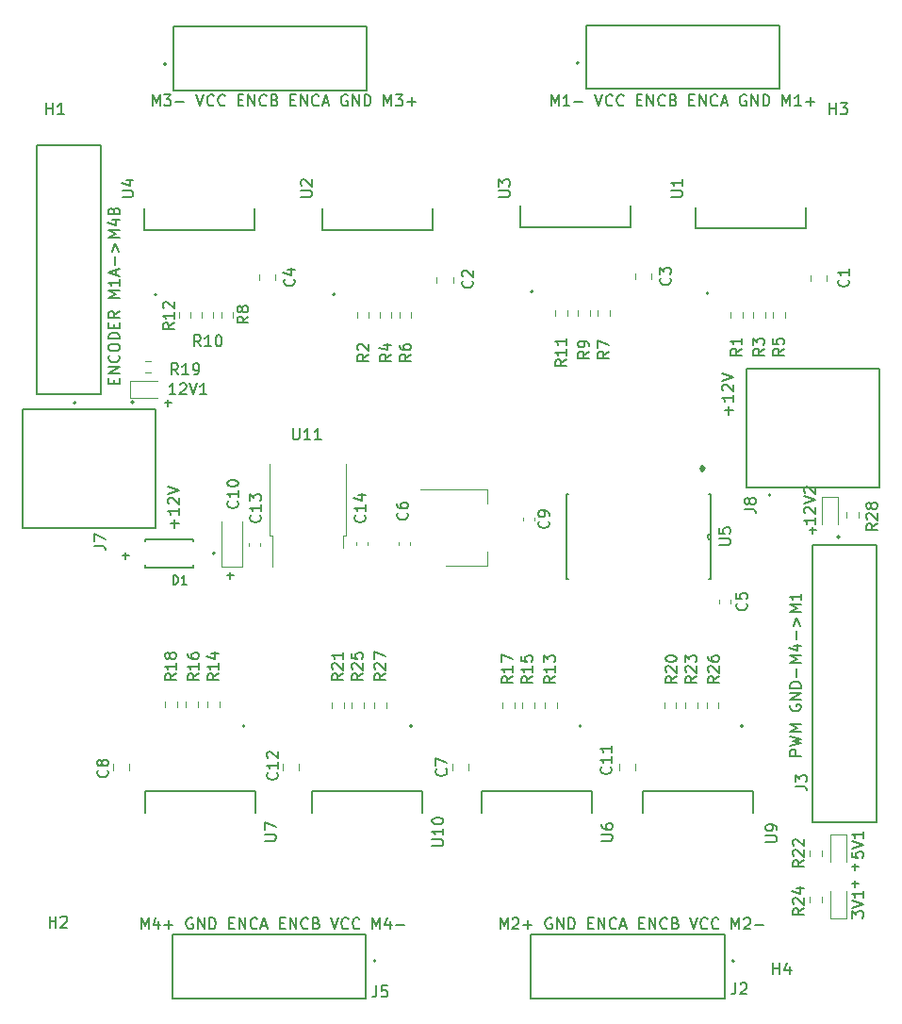
<source format=gbr>
%TF.GenerationSoftware,KiCad,Pcbnew,7.0.5*%
%TF.CreationDate,2023-10-05T13:57:49+07:00*%
%TF.ProjectId,Driver_motor,44726976-6572-45f6-9d6f-746f722e6b69,rev?*%
%TF.SameCoordinates,Original*%
%TF.FileFunction,Legend,Top*%
%TF.FilePolarity,Positive*%
%FSLAX46Y46*%
G04 Gerber Fmt 4.6, Leading zero omitted, Abs format (unit mm)*
G04 Created by KiCad (PCBNEW 7.0.5) date 2023-10-05 13:57:49*
%MOMM*%
%LPD*%
G01*
G04 APERTURE LIST*
%ADD10C,0.150000*%
%ADD11C,0.120000*%
%ADD12C,0.127000*%
%ADD13C,0.200000*%
%ADD14C,0.152400*%
G04 APERTURE END LIST*
D10*
X114150666Y-124152819D02*
X114150666Y-123152819D01*
X114150666Y-123152819D02*
X114483999Y-123867104D01*
X114483999Y-123867104D02*
X114817332Y-123152819D01*
X114817332Y-123152819D02*
X114817332Y-124152819D01*
X115245904Y-123248057D02*
X115293523Y-123200438D01*
X115293523Y-123200438D02*
X115388761Y-123152819D01*
X115388761Y-123152819D02*
X115626856Y-123152819D01*
X115626856Y-123152819D02*
X115722094Y-123200438D01*
X115722094Y-123200438D02*
X115769713Y-123248057D01*
X115769713Y-123248057D02*
X115817332Y-123343295D01*
X115817332Y-123343295D02*
X115817332Y-123438533D01*
X115817332Y-123438533D02*
X115769713Y-123581390D01*
X115769713Y-123581390D02*
X115198285Y-124152819D01*
X115198285Y-124152819D02*
X115817332Y-124152819D01*
X116245904Y-123771866D02*
X117007809Y-123771866D01*
X116626856Y-124152819D02*
X116626856Y-123390914D01*
X118769713Y-123200438D02*
X118674475Y-123152819D01*
X118674475Y-123152819D02*
X118531618Y-123152819D01*
X118531618Y-123152819D02*
X118388761Y-123200438D01*
X118388761Y-123200438D02*
X118293523Y-123295676D01*
X118293523Y-123295676D02*
X118245904Y-123390914D01*
X118245904Y-123390914D02*
X118198285Y-123581390D01*
X118198285Y-123581390D02*
X118198285Y-123724247D01*
X118198285Y-123724247D02*
X118245904Y-123914723D01*
X118245904Y-123914723D02*
X118293523Y-124009961D01*
X118293523Y-124009961D02*
X118388761Y-124105200D01*
X118388761Y-124105200D02*
X118531618Y-124152819D01*
X118531618Y-124152819D02*
X118626856Y-124152819D01*
X118626856Y-124152819D02*
X118769713Y-124105200D01*
X118769713Y-124105200D02*
X118817332Y-124057580D01*
X118817332Y-124057580D02*
X118817332Y-123724247D01*
X118817332Y-123724247D02*
X118626856Y-123724247D01*
X119245904Y-124152819D02*
X119245904Y-123152819D01*
X119245904Y-123152819D02*
X119817332Y-124152819D01*
X119817332Y-124152819D02*
X119817332Y-123152819D01*
X120293523Y-124152819D02*
X120293523Y-123152819D01*
X120293523Y-123152819D02*
X120531618Y-123152819D01*
X120531618Y-123152819D02*
X120674475Y-123200438D01*
X120674475Y-123200438D02*
X120769713Y-123295676D01*
X120769713Y-123295676D02*
X120817332Y-123390914D01*
X120817332Y-123390914D02*
X120864951Y-123581390D01*
X120864951Y-123581390D02*
X120864951Y-123724247D01*
X120864951Y-123724247D02*
X120817332Y-123914723D01*
X120817332Y-123914723D02*
X120769713Y-124009961D01*
X120769713Y-124009961D02*
X120674475Y-124105200D01*
X120674475Y-124105200D02*
X120531618Y-124152819D01*
X120531618Y-124152819D02*
X120293523Y-124152819D01*
X122055428Y-123629009D02*
X122388761Y-123629009D01*
X122531618Y-124152819D02*
X122055428Y-124152819D01*
X122055428Y-124152819D02*
X122055428Y-123152819D01*
X122055428Y-123152819D02*
X122531618Y-123152819D01*
X122960190Y-124152819D02*
X122960190Y-123152819D01*
X122960190Y-123152819D02*
X123531618Y-124152819D01*
X123531618Y-124152819D02*
X123531618Y-123152819D01*
X124579237Y-124057580D02*
X124531618Y-124105200D01*
X124531618Y-124105200D02*
X124388761Y-124152819D01*
X124388761Y-124152819D02*
X124293523Y-124152819D01*
X124293523Y-124152819D02*
X124150666Y-124105200D01*
X124150666Y-124105200D02*
X124055428Y-124009961D01*
X124055428Y-124009961D02*
X124007809Y-123914723D01*
X124007809Y-123914723D02*
X123960190Y-123724247D01*
X123960190Y-123724247D02*
X123960190Y-123581390D01*
X123960190Y-123581390D02*
X124007809Y-123390914D01*
X124007809Y-123390914D02*
X124055428Y-123295676D01*
X124055428Y-123295676D02*
X124150666Y-123200438D01*
X124150666Y-123200438D02*
X124293523Y-123152819D01*
X124293523Y-123152819D02*
X124388761Y-123152819D01*
X124388761Y-123152819D02*
X124531618Y-123200438D01*
X124531618Y-123200438D02*
X124579237Y-123248057D01*
X124960190Y-123867104D02*
X125436380Y-123867104D01*
X124864952Y-124152819D02*
X125198285Y-123152819D01*
X125198285Y-123152819D02*
X125531618Y-124152819D01*
X126626857Y-123629009D02*
X126960190Y-123629009D01*
X127103047Y-124152819D02*
X126626857Y-124152819D01*
X126626857Y-124152819D02*
X126626857Y-123152819D01*
X126626857Y-123152819D02*
X127103047Y-123152819D01*
X127531619Y-124152819D02*
X127531619Y-123152819D01*
X127531619Y-123152819D02*
X128103047Y-124152819D01*
X128103047Y-124152819D02*
X128103047Y-123152819D01*
X129150666Y-124057580D02*
X129103047Y-124105200D01*
X129103047Y-124105200D02*
X128960190Y-124152819D01*
X128960190Y-124152819D02*
X128864952Y-124152819D01*
X128864952Y-124152819D02*
X128722095Y-124105200D01*
X128722095Y-124105200D02*
X128626857Y-124009961D01*
X128626857Y-124009961D02*
X128579238Y-123914723D01*
X128579238Y-123914723D02*
X128531619Y-123724247D01*
X128531619Y-123724247D02*
X128531619Y-123581390D01*
X128531619Y-123581390D02*
X128579238Y-123390914D01*
X128579238Y-123390914D02*
X128626857Y-123295676D01*
X128626857Y-123295676D02*
X128722095Y-123200438D01*
X128722095Y-123200438D02*
X128864952Y-123152819D01*
X128864952Y-123152819D02*
X128960190Y-123152819D01*
X128960190Y-123152819D02*
X129103047Y-123200438D01*
X129103047Y-123200438D02*
X129150666Y-123248057D01*
X129912571Y-123629009D02*
X130055428Y-123676628D01*
X130055428Y-123676628D02*
X130103047Y-123724247D01*
X130103047Y-123724247D02*
X130150666Y-123819485D01*
X130150666Y-123819485D02*
X130150666Y-123962342D01*
X130150666Y-123962342D02*
X130103047Y-124057580D01*
X130103047Y-124057580D02*
X130055428Y-124105200D01*
X130055428Y-124105200D02*
X129960190Y-124152819D01*
X129960190Y-124152819D02*
X129579238Y-124152819D01*
X129579238Y-124152819D02*
X129579238Y-123152819D01*
X129579238Y-123152819D02*
X129912571Y-123152819D01*
X129912571Y-123152819D02*
X130007809Y-123200438D01*
X130007809Y-123200438D02*
X130055428Y-123248057D01*
X130055428Y-123248057D02*
X130103047Y-123343295D01*
X130103047Y-123343295D02*
X130103047Y-123438533D01*
X130103047Y-123438533D02*
X130055428Y-123533771D01*
X130055428Y-123533771D02*
X130007809Y-123581390D01*
X130007809Y-123581390D02*
X129912571Y-123629009D01*
X129912571Y-123629009D02*
X129579238Y-123629009D01*
X131198286Y-123152819D02*
X131531619Y-124152819D01*
X131531619Y-124152819D02*
X131864952Y-123152819D01*
X132769714Y-124057580D02*
X132722095Y-124105200D01*
X132722095Y-124105200D02*
X132579238Y-124152819D01*
X132579238Y-124152819D02*
X132484000Y-124152819D01*
X132484000Y-124152819D02*
X132341143Y-124105200D01*
X132341143Y-124105200D02*
X132245905Y-124009961D01*
X132245905Y-124009961D02*
X132198286Y-123914723D01*
X132198286Y-123914723D02*
X132150667Y-123724247D01*
X132150667Y-123724247D02*
X132150667Y-123581390D01*
X132150667Y-123581390D02*
X132198286Y-123390914D01*
X132198286Y-123390914D02*
X132245905Y-123295676D01*
X132245905Y-123295676D02*
X132341143Y-123200438D01*
X132341143Y-123200438D02*
X132484000Y-123152819D01*
X132484000Y-123152819D02*
X132579238Y-123152819D01*
X132579238Y-123152819D02*
X132722095Y-123200438D01*
X132722095Y-123200438D02*
X132769714Y-123248057D01*
X133769714Y-124057580D02*
X133722095Y-124105200D01*
X133722095Y-124105200D02*
X133579238Y-124152819D01*
X133579238Y-124152819D02*
X133484000Y-124152819D01*
X133484000Y-124152819D02*
X133341143Y-124105200D01*
X133341143Y-124105200D02*
X133245905Y-124009961D01*
X133245905Y-124009961D02*
X133198286Y-123914723D01*
X133198286Y-123914723D02*
X133150667Y-123724247D01*
X133150667Y-123724247D02*
X133150667Y-123581390D01*
X133150667Y-123581390D02*
X133198286Y-123390914D01*
X133198286Y-123390914D02*
X133245905Y-123295676D01*
X133245905Y-123295676D02*
X133341143Y-123200438D01*
X133341143Y-123200438D02*
X133484000Y-123152819D01*
X133484000Y-123152819D02*
X133579238Y-123152819D01*
X133579238Y-123152819D02*
X133722095Y-123200438D01*
X133722095Y-123200438D02*
X133769714Y-123248057D01*
X134960191Y-124152819D02*
X134960191Y-123152819D01*
X134960191Y-123152819D02*
X135293524Y-123867104D01*
X135293524Y-123867104D02*
X135626857Y-123152819D01*
X135626857Y-123152819D02*
X135626857Y-124152819D01*
X136055429Y-123248057D02*
X136103048Y-123200438D01*
X136103048Y-123200438D02*
X136198286Y-123152819D01*
X136198286Y-123152819D02*
X136436381Y-123152819D01*
X136436381Y-123152819D02*
X136531619Y-123200438D01*
X136531619Y-123200438D02*
X136579238Y-123248057D01*
X136579238Y-123248057D02*
X136626857Y-123343295D01*
X136626857Y-123343295D02*
X136626857Y-123438533D01*
X136626857Y-123438533D02*
X136579238Y-123581390D01*
X136579238Y-123581390D02*
X136007810Y-124152819D01*
X136007810Y-124152819D02*
X136626857Y-124152819D01*
X137055429Y-123771866D02*
X137817334Y-123771866D01*
X79433009Y-75167142D02*
X79433009Y-74833809D01*
X79956819Y-74690952D02*
X79956819Y-75167142D01*
X79956819Y-75167142D02*
X78956819Y-75167142D01*
X78956819Y-75167142D02*
X78956819Y-74690952D01*
X79956819Y-74262380D02*
X78956819Y-74262380D01*
X78956819Y-74262380D02*
X79956819Y-73690952D01*
X79956819Y-73690952D02*
X78956819Y-73690952D01*
X79861580Y-72643333D02*
X79909200Y-72690952D01*
X79909200Y-72690952D02*
X79956819Y-72833809D01*
X79956819Y-72833809D02*
X79956819Y-72929047D01*
X79956819Y-72929047D02*
X79909200Y-73071904D01*
X79909200Y-73071904D02*
X79813961Y-73167142D01*
X79813961Y-73167142D02*
X79718723Y-73214761D01*
X79718723Y-73214761D02*
X79528247Y-73262380D01*
X79528247Y-73262380D02*
X79385390Y-73262380D01*
X79385390Y-73262380D02*
X79194914Y-73214761D01*
X79194914Y-73214761D02*
X79099676Y-73167142D01*
X79099676Y-73167142D02*
X79004438Y-73071904D01*
X79004438Y-73071904D02*
X78956819Y-72929047D01*
X78956819Y-72929047D02*
X78956819Y-72833809D01*
X78956819Y-72833809D02*
X79004438Y-72690952D01*
X79004438Y-72690952D02*
X79052057Y-72643333D01*
X78956819Y-72024285D02*
X78956819Y-71833809D01*
X78956819Y-71833809D02*
X79004438Y-71738571D01*
X79004438Y-71738571D02*
X79099676Y-71643333D01*
X79099676Y-71643333D02*
X79290152Y-71595714D01*
X79290152Y-71595714D02*
X79623485Y-71595714D01*
X79623485Y-71595714D02*
X79813961Y-71643333D01*
X79813961Y-71643333D02*
X79909200Y-71738571D01*
X79909200Y-71738571D02*
X79956819Y-71833809D01*
X79956819Y-71833809D02*
X79956819Y-72024285D01*
X79956819Y-72024285D02*
X79909200Y-72119523D01*
X79909200Y-72119523D02*
X79813961Y-72214761D01*
X79813961Y-72214761D02*
X79623485Y-72262380D01*
X79623485Y-72262380D02*
X79290152Y-72262380D01*
X79290152Y-72262380D02*
X79099676Y-72214761D01*
X79099676Y-72214761D02*
X79004438Y-72119523D01*
X79004438Y-72119523D02*
X78956819Y-72024285D01*
X79956819Y-71167142D02*
X78956819Y-71167142D01*
X78956819Y-71167142D02*
X78956819Y-70929047D01*
X78956819Y-70929047D02*
X79004438Y-70786190D01*
X79004438Y-70786190D02*
X79099676Y-70690952D01*
X79099676Y-70690952D02*
X79194914Y-70643333D01*
X79194914Y-70643333D02*
X79385390Y-70595714D01*
X79385390Y-70595714D02*
X79528247Y-70595714D01*
X79528247Y-70595714D02*
X79718723Y-70643333D01*
X79718723Y-70643333D02*
X79813961Y-70690952D01*
X79813961Y-70690952D02*
X79909200Y-70786190D01*
X79909200Y-70786190D02*
X79956819Y-70929047D01*
X79956819Y-70929047D02*
X79956819Y-71167142D01*
X79433009Y-70167142D02*
X79433009Y-69833809D01*
X79956819Y-69690952D02*
X79956819Y-70167142D01*
X79956819Y-70167142D02*
X78956819Y-70167142D01*
X78956819Y-70167142D02*
X78956819Y-69690952D01*
X79956819Y-68690952D02*
X79480628Y-69024285D01*
X79956819Y-69262380D02*
X78956819Y-69262380D01*
X78956819Y-69262380D02*
X78956819Y-68881428D01*
X78956819Y-68881428D02*
X79004438Y-68786190D01*
X79004438Y-68786190D02*
X79052057Y-68738571D01*
X79052057Y-68738571D02*
X79147295Y-68690952D01*
X79147295Y-68690952D02*
X79290152Y-68690952D01*
X79290152Y-68690952D02*
X79385390Y-68738571D01*
X79385390Y-68738571D02*
X79433009Y-68786190D01*
X79433009Y-68786190D02*
X79480628Y-68881428D01*
X79480628Y-68881428D02*
X79480628Y-69262380D01*
X79956819Y-67500475D02*
X78956819Y-67500475D01*
X78956819Y-67500475D02*
X79671104Y-67167142D01*
X79671104Y-67167142D02*
X78956819Y-66833809D01*
X78956819Y-66833809D02*
X79956819Y-66833809D01*
X79956819Y-65833809D02*
X79956819Y-66405237D01*
X79956819Y-66119523D02*
X78956819Y-66119523D01*
X78956819Y-66119523D02*
X79099676Y-66214761D01*
X79099676Y-66214761D02*
X79194914Y-66309999D01*
X79194914Y-66309999D02*
X79242533Y-66405237D01*
X79671104Y-65452856D02*
X79671104Y-64976666D01*
X79956819Y-65548094D02*
X78956819Y-65214761D01*
X78956819Y-65214761D02*
X79956819Y-64881428D01*
X79575866Y-64548094D02*
X79575866Y-63786190D01*
X79290152Y-63309999D02*
X79575866Y-62548095D01*
X79575866Y-62548095D02*
X79861580Y-63309999D01*
X79956819Y-62071904D02*
X78956819Y-62071904D01*
X78956819Y-62071904D02*
X79671104Y-61738571D01*
X79671104Y-61738571D02*
X78956819Y-61405238D01*
X78956819Y-61405238D02*
X79956819Y-61405238D01*
X79290152Y-60500476D02*
X79956819Y-60500476D01*
X78909200Y-60738571D02*
X79623485Y-60976666D01*
X79623485Y-60976666D02*
X79623485Y-60357619D01*
X79433009Y-59643333D02*
X79480628Y-59500476D01*
X79480628Y-59500476D02*
X79528247Y-59452857D01*
X79528247Y-59452857D02*
X79623485Y-59405238D01*
X79623485Y-59405238D02*
X79766342Y-59405238D01*
X79766342Y-59405238D02*
X79861580Y-59452857D01*
X79861580Y-59452857D02*
X79909200Y-59500476D01*
X79909200Y-59500476D02*
X79956819Y-59595714D01*
X79956819Y-59595714D02*
X79956819Y-59976666D01*
X79956819Y-59976666D02*
X78956819Y-59976666D01*
X78956819Y-59976666D02*
X78956819Y-59643333D01*
X78956819Y-59643333D02*
X79004438Y-59548095D01*
X79004438Y-59548095D02*
X79052057Y-59500476D01*
X79052057Y-59500476D02*
X79147295Y-59452857D01*
X79147295Y-59452857D02*
X79242533Y-59452857D01*
X79242533Y-59452857D02*
X79337771Y-59500476D01*
X79337771Y-59500476D02*
X79385390Y-59548095D01*
X79385390Y-59548095D02*
X79433009Y-59643333D01*
X79433009Y-59643333D02*
X79433009Y-59976666D01*
X146349962Y-118561495D02*
X145750037Y-118561495D01*
X146049999Y-118261532D02*
X146049999Y-118861458D01*
X81892666Y-124152819D02*
X81892666Y-123152819D01*
X81892666Y-123152819D02*
X82225999Y-123867104D01*
X82225999Y-123867104D02*
X82559332Y-123152819D01*
X82559332Y-123152819D02*
X82559332Y-124152819D01*
X83464094Y-123486152D02*
X83464094Y-124152819D01*
X83225999Y-123105200D02*
X82987904Y-123819485D01*
X82987904Y-123819485D02*
X83606951Y-123819485D01*
X83987904Y-123771866D02*
X84749809Y-123771866D01*
X84368856Y-124152819D02*
X84368856Y-123390914D01*
X86511713Y-123200438D02*
X86416475Y-123152819D01*
X86416475Y-123152819D02*
X86273618Y-123152819D01*
X86273618Y-123152819D02*
X86130761Y-123200438D01*
X86130761Y-123200438D02*
X86035523Y-123295676D01*
X86035523Y-123295676D02*
X85987904Y-123390914D01*
X85987904Y-123390914D02*
X85940285Y-123581390D01*
X85940285Y-123581390D02*
X85940285Y-123724247D01*
X85940285Y-123724247D02*
X85987904Y-123914723D01*
X85987904Y-123914723D02*
X86035523Y-124009961D01*
X86035523Y-124009961D02*
X86130761Y-124105200D01*
X86130761Y-124105200D02*
X86273618Y-124152819D01*
X86273618Y-124152819D02*
X86368856Y-124152819D01*
X86368856Y-124152819D02*
X86511713Y-124105200D01*
X86511713Y-124105200D02*
X86559332Y-124057580D01*
X86559332Y-124057580D02*
X86559332Y-123724247D01*
X86559332Y-123724247D02*
X86368856Y-123724247D01*
X86987904Y-124152819D02*
X86987904Y-123152819D01*
X86987904Y-123152819D02*
X87559332Y-124152819D01*
X87559332Y-124152819D02*
X87559332Y-123152819D01*
X88035523Y-124152819D02*
X88035523Y-123152819D01*
X88035523Y-123152819D02*
X88273618Y-123152819D01*
X88273618Y-123152819D02*
X88416475Y-123200438D01*
X88416475Y-123200438D02*
X88511713Y-123295676D01*
X88511713Y-123295676D02*
X88559332Y-123390914D01*
X88559332Y-123390914D02*
X88606951Y-123581390D01*
X88606951Y-123581390D02*
X88606951Y-123724247D01*
X88606951Y-123724247D02*
X88559332Y-123914723D01*
X88559332Y-123914723D02*
X88511713Y-124009961D01*
X88511713Y-124009961D02*
X88416475Y-124105200D01*
X88416475Y-124105200D02*
X88273618Y-124152819D01*
X88273618Y-124152819D02*
X88035523Y-124152819D01*
X89797428Y-123629009D02*
X90130761Y-123629009D01*
X90273618Y-124152819D02*
X89797428Y-124152819D01*
X89797428Y-124152819D02*
X89797428Y-123152819D01*
X89797428Y-123152819D02*
X90273618Y-123152819D01*
X90702190Y-124152819D02*
X90702190Y-123152819D01*
X90702190Y-123152819D02*
X91273618Y-124152819D01*
X91273618Y-124152819D02*
X91273618Y-123152819D01*
X92321237Y-124057580D02*
X92273618Y-124105200D01*
X92273618Y-124105200D02*
X92130761Y-124152819D01*
X92130761Y-124152819D02*
X92035523Y-124152819D01*
X92035523Y-124152819D02*
X91892666Y-124105200D01*
X91892666Y-124105200D02*
X91797428Y-124009961D01*
X91797428Y-124009961D02*
X91749809Y-123914723D01*
X91749809Y-123914723D02*
X91702190Y-123724247D01*
X91702190Y-123724247D02*
X91702190Y-123581390D01*
X91702190Y-123581390D02*
X91749809Y-123390914D01*
X91749809Y-123390914D02*
X91797428Y-123295676D01*
X91797428Y-123295676D02*
X91892666Y-123200438D01*
X91892666Y-123200438D02*
X92035523Y-123152819D01*
X92035523Y-123152819D02*
X92130761Y-123152819D01*
X92130761Y-123152819D02*
X92273618Y-123200438D01*
X92273618Y-123200438D02*
X92321237Y-123248057D01*
X92702190Y-123867104D02*
X93178380Y-123867104D01*
X92606952Y-124152819D02*
X92940285Y-123152819D01*
X92940285Y-123152819D02*
X93273618Y-124152819D01*
X94368857Y-123629009D02*
X94702190Y-123629009D01*
X94845047Y-124152819D02*
X94368857Y-124152819D01*
X94368857Y-124152819D02*
X94368857Y-123152819D01*
X94368857Y-123152819D02*
X94845047Y-123152819D01*
X95273619Y-124152819D02*
X95273619Y-123152819D01*
X95273619Y-123152819D02*
X95845047Y-124152819D01*
X95845047Y-124152819D02*
X95845047Y-123152819D01*
X96892666Y-124057580D02*
X96845047Y-124105200D01*
X96845047Y-124105200D02*
X96702190Y-124152819D01*
X96702190Y-124152819D02*
X96606952Y-124152819D01*
X96606952Y-124152819D02*
X96464095Y-124105200D01*
X96464095Y-124105200D02*
X96368857Y-124009961D01*
X96368857Y-124009961D02*
X96321238Y-123914723D01*
X96321238Y-123914723D02*
X96273619Y-123724247D01*
X96273619Y-123724247D02*
X96273619Y-123581390D01*
X96273619Y-123581390D02*
X96321238Y-123390914D01*
X96321238Y-123390914D02*
X96368857Y-123295676D01*
X96368857Y-123295676D02*
X96464095Y-123200438D01*
X96464095Y-123200438D02*
X96606952Y-123152819D01*
X96606952Y-123152819D02*
X96702190Y-123152819D01*
X96702190Y-123152819D02*
X96845047Y-123200438D01*
X96845047Y-123200438D02*
X96892666Y-123248057D01*
X97654571Y-123629009D02*
X97797428Y-123676628D01*
X97797428Y-123676628D02*
X97845047Y-123724247D01*
X97845047Y-123724247D02*
X97892666Y-123819485D01*
X97892666Y-123819485D02*
X97892666Y-123962342D01*
X97892666Y-123962342D02*
X97845047Y-124057580D01*
X97845047Y-124057580D02*
X97797428Y-124105200D01*
X97797428Y-124105200D02*
X97702190Y-124152819D01*
X97702190Y-124152819D02*
X97321238Y-124152819D01*
X97321238Y-124152819D02*
X97321238Y-123152819D01*
X97321238Y-123152819D02*
X97654571Y-123152819D01*
X97654571Y-123152819D02*
X97749809Y-123200438D01*
X97749809Y-123200438D02*
X97797428Y-123248057D01*
X97797428Y-123248057D02*
X97845047Y-123343295D01*
X97845047Y-123343295D02*
X97845047Y-123438533D01*
X97845047Y-123438533D02*
X97797428Y-123533771D01*
X97797428Y-123533771D02*
X97749809Y-123581390D01*
X97749809Y-123581390D02*
X97654571Y-123629009D01*
X97654571Y-123629009D02*
X97321238Y-123629009D01*
X98940286Y-123152819D02*
X99273619Y-124152819D01*
X99273619Y-124152819D02*
X99606952Y-123152819D01*
X100511714Y-124057580D02*
X100464095Y-124105200D01*
X100464095Y-124105200D02*
X100321238Y-124152819D01*
X100321238Y-124152819D02*
X100226000Y-124152819D01*
X100226000Y-124152819D02*
X100083143Y-124105200D01*
X100083143Y-124105200D02*
X99987905Y-124009961D01*
X99987905Y-124009961D02*
X99940286Y-123914723D01*
X99940286Y-123914723D02*
X99892667Y-123724247D01*
X99892667Y-123724247D02*
X99892667Y-123581390D01*
X99892667Y-123581390D02*
X99940286Y-123390914D01*
X99940286Y-123390914D02*
X99987905Y-123295676D01*
X99987905Y-123295676D02*
X100083143Y-123200438D01*
X100083143Y-123200438D02*
X100226000Y-123152819D01*
X100226000Y-123152819D02*
X100321238Y-123152819D01*
X100321238Y-123152819D02*
X100464095Y-123200438D01*
X100464095Y-123200438D02*
X100511714Y-123248057D01*
X101511714Y-124057580D02*
X101464095Y-124105200D01*
X101464095Y-124105200D02*
X101321238Y-124152819D01*
X101321238Y-124152819D02*
X101226000Y-124152819D01*
X101226000Y-124152819D02*
X101083143Y-124105200D01*
X101083143Y-124105200D02*
X100987905Y-124009961D01*
X100987905Y-124009961D02*
X100940286Y-123914723D01*
X100940286Y-123914723D02*
X100892667Y-123724247D01*
X100892667Y-123724247D02*
X100892667Y-123581390D01*
X100892667Y-123581390D02*
X100940286Y-123390914D01*
X100940286Y-123390914D02*
X100987905Y-123295676D01*
X100987905Y-123295676D02*
X101083143Y-123200438D01*
X101083143Y-123200438D02*
X101226000Y-123152819D01*
X101226000Y-123152819D02*
X101321238Y-123152819D01*
X101321238Y-123152819D02*
X101464095Y-123200438D01*
X101464095Y-123200438D02*
X101511714Y-123248057D01*
X102702191Y-124152819D02*
X102702191Y-123152819D01*
X102702191Y-123152819D02*
X103035524Y-123867104D01*
X103035524Y-123867104D02*
X103368857Y-123152819D01*
X103368857Y-123152819D02*
X103368857Y-124152819D01*
X104273619Y-123486152D02*
X104273619Y-124152819D01*
X104035524Y-123105200D02*
X103797429Y-123819485D01*
X103797429Y-123819485D02*
X104416476Y-123819485D01*
X104797429Y-123771866D02*
X105559334Y-123771866D01*
X142539962Y-88335495D02*
X141940037Y-88335495D01*
X142239999Y-88035532D02*
X142239999Y-88635458D01*
X129502819Y-58419904D02*
X130312342Y-58419904D01*
X130312342Y-58419904D02*
X130407580Y-58372285D01*
X130407580Y-58372285D02*
X130455200Y-58324666D01*
X130455200Y-58324666D02*
X130502819Y-58229428D01*
X130502819Y-58229428D02*
X130502819Y-58038952D01*
X130502819Y-58038952D02*
X130455200Y-57943714D01*
X130455200Y-57943714D02*
X130407580Y-57896095D01*
X130407580Y-57896095D02*
X130312342Y-57848476D01*
X130312342Y-57848476D02*
X129502819Y-57848476D01*
X130502819Y-56848476D02*
X130502819Y-57419904D01*
X130502819Y-57134190D02*
X129502819Y-57134190D01*
X129502819Y-57134190D02*
X129645676Y-57229428D01*
X129645676Y-57229428D02*
X129740914Y-57324666D01*
X129740914Y-57324666D02*
X129788533Y-57419904D01*
X134693866Y-77961904D02*
X134693866Y-77200000D01*
X135074819Y-77580952D02*
X134312914Y-77580952D01*
X135074819Y-76200000D02*
X135074819Y-76771428D01*
X135074819Y-76485714D02*
X134074819Y-76485714D01*
X134074819Y-76485714D02*
X134217676Y-76580952D01*
X134217676Y-76580952D02*
X134312914Y-76676190D01*
X134312914Y-76676190D02*
X134360533Y-76771428D01*
X134170057Y-75819047D02*
X134122438Y-75771428D01*
X134122438Y-75771428D02*
X134074819Y-75676190D01*
X134074819Y-75676190D02*
X134074819Y-75438095D01*
X134074819Y-75438095D02*
X134122438Y-75342857D01*
X134122438Y-75342857D02*
X134170057Y-75295238D01*
X134170057Y-75295238D02*
X134265295Y-75247619D01*
X134265295Y-75247619D02*
X134360533Y-75247619D01*
X134360533Y-75247619D02*
X134503390Y-75295238D01*
X134503390Y-75295238D02*
X135074819Y-75866666D01*
X135074819Y-75866666D02*
X135074819Y-75247619D01*
X134074819Y-74961904D02*
X135074819Y-74628571D01*
X135074819Y-74628571D02*
X134074819Y-74295238D01*
X146349962Y-120085495D02*
X145750037Y-120085495D01*
X146049999Y-119785532D02*
X146049999Y-120385458D01*
X82908666Y-50238819D02*
X82908666Y-49238819D01*
X82908666Y-49238819D02*
X83241999Y-49953104D01*
X83241999Y-49953104D02*
X83575332Y-49238819D01*
X83575332Y-49238819D02*
X83575332Y-50238819D01*
X83956285Y-49238819D02*
X84575332Y-49238819D01*
X84575332Y-49238819D02*
X84241999Y-49619771D01*
X84241999Y-49619771D02*
X84384856Y-49619771D01*
X84384856Y-49619771D02*
X84480094Y-49667390D01*
X84480094Y-49667390D02*
X84527713Y-49715009D01*
X84527713Y-49715009D02*
X84575332Y-49810247D01*
X84575332Y-49810247D02*
X84575332Y-50048342D01*
X84575332Y-50048342D02*
X84527713Y-50143580D01*
X84527713Y-50143580D02*
X84480094Y-50191200D01*
X84480094Y-50191200D02*
X84384856Y-50238819D01*
X84384856Y-50238819D02*
X84099142Y-50238819D01*
X84099142Y-50238819D02*
X84003904Y-50191200D01*
X84003904Y-50191200D02*
X83956285Y-50143580D01*
X85003904Y-49857866D02*
X85765809Y-49857866D01*
X86861047Y-49238819D02*
X87194380Y-50238819D01*
X87194380Y-50238819D02*
X87527713Y-49238819D01*
X88432475Y-50143580D02*
X88384856Y-50191200D01*
X88384856Y-50191200D02*
X88241999Y-50238819D01*
X88241999Y-50238819D02*
X88146761Y-50238819D01*
X88146761Y-50238819D02*
X88003904Y-50191200D01*
X88003904Y-50191200D02*
X87908666Y-50095961D01*
X87908666Y-50095961D02*
X87861047Y-50000723D01*
X87861047Y-50000723D02*
X87813428Y-49810247D01*
X87813428Y-49810247D02*
X87813428Y-49667390D01*
X87813428Y-49667390D02*
X87861047Y-49476914D01*
X87861047Y-49476914D02*
X87908666Y-49381676D01*
X87908666Y-49381676D02*
X88003904Y-49286438D01*
X88003904Y-49286438D02*
X88146761Y-49238819D01*
X88146761Y-49238819D02*
X88241999Y-49238819D01*
X88241999Y-49238819D02*
X88384856Y-49286438D01*
X88384856Y-49286438D02*
X88432475Y-49334057D01*
X89432475Y-50143580D02*
X89384856Y-50191200D01*
X89384856Y-50191200D02*
X89241999Y-50238819D01*
X89241999Y-50238819D02*
X89146761Y-50238819D01*
X89146761Y-50238819D02*
X89003904Y-50191200D01*
X89003904Y-50191200D02*
X88908666Y-50095961D01*
X88908666Y-50095961D02*
X88861047Y-50000723D01*
X88861047Y-50000723D02*
X88813428Y-49810247D01*
X88813428Y-49810247D02*
X88813428Y-49667390D01*
X88813428Y-49667390D02*
X88861047Y-49476914D01*
X88861047Y-49476914D02*
X88908666Y-49381676D01*
X88908666Y-49381676D02*
X89003904Y-49286438D01*
X89003904Y-49286438D02*
X89146761Y-49238819D01*
X89146761Y-49238819D02*
X89241999Y-49238819D01*
X89241999Y-49238819D02*
X89384856Y-49286438D01*
X89384856Y-49286438D02*
X89432475Y-49334057D01*
X90622952Y-49715009D02*
X90956285Y-49715009D01*
X91099142Y-50238819D02*
X90622952Y-50238819D01*
X90622952Y-50238819D02*
X90622952Y-49238819D01*
X90622952Y-49238819D02*
X91099142Y-49238819D01*
X91527714Y-50238819D02*
X91527714Y-49238819D01*
X91527714Y-49238819D02*
X92099142Y-50238819D01*
X92099142Y-50238819D02*
X92099142Y-49238819D01*
X93146761Y-50143580D02*
X93099142Y-50191200D01*
X93099142Y-50191200D02*
X92956285Y-50238819D01*
X92956285Y-50238819D02*
X92861047Y-50238819D01*
X92861047Y-50238819D02*
X92718190Y-50191200D01*
X92718190Y-50191200D02*
X92622952Y-50095961D01*
X92622952Y-50095961D02*
X92575333Y-50000723D01*
X92575333Y-50000723D02*
X92527714Y-49810247D01*
X92527714Y-49810247D02*
X92527714Y-49667390D01*
X92527714Y-49667390D02*
X92575333Y-49476914D01*
X92575333Y-49476914D02*
X92622952Y-49381676D01*
X92622952Y-49381676D02*
X92718190Y-49286438D01*
X92718190Y-49286438D02*
X92861047Y-49238819D01*
X92861047Y-49238819D02*
X92956285Y-49238819D01*
X92956285Y-49238819D02*
X93099142Y-49286438D01*
X93099142Y-49286438D02*
X93146761Y-49334057D01*
X93908666Y-49715009D02*
X94051523Y-49762628D01*
X94051523Y-49762628D02*
X94099142Y-49810247D01*
X94099142Y-49810247D02*
X94146761Y-49905485D01*
X94146761Y-49905485D02*
X94146761Y-50048342D01*
X94146761Y-50048342D02*
X94099142Y-50143580D01*
X94099142Y-50143580D02*
X94051523Y-50191200D01*
X94051523Y-50191200D02*
X93956285Y-50238819D01*
X93956285Y-50238819D02*
X93575333Y-50238819D01*
X93575333Y-50238819D02*
X93575333Y-49238819D01*
X93575333Y-49238819D02*
X93908666Y-49238819D01*
X93908666Y-49238819D02*
X94003904Y-49286438D01*
X94003904Y-49286438D02*
X94051523Y-49334057D01*
X94051523Y-49334057D02*
X94099142Y-49429295D01*
X94099142Y-49429295D02*
X94099142Y-49524533D01*
X94099142Y-49524533D02*
X94051523Y-49619771D01*
X94051523Y-49619771D02*
X94003904Y-49667390D01*
X94003904Y-49667390D02*
X93908666Y-49715009D01*
X93908666Y-49715009D02*
X93575333Y-49715009D01*
X95337238Y-49715009D02*
X95670571Y-49715009D01*
X95813428Y-50238819D02*
X95337238Y-50238819D01*
X95337238Y-50238819D02*
X95337238Y-49238819D01*
X95337238Y-49238819D02*
X95813428Y-49238819D01*
X96242000Y-50238819D02*
X96242000Y-49238819D01*
X96242000Y-49238819D02*
X96813428Y-50238819D01*
X96813428Y-50238819D02*
X96813428Y-49238819D01*
X97861047Y-50143580D02*
X97813428Y-50191200D01*
X97813428Y-50191200D02*
X97670571Y-50238819D01*
X97670571Y-50238819D02*
X97575333Y-50238819D01*
X97575333Y-50238819D02*
X97432476Y-50191200D01*
X97432476Y-50191200D02*
X97337238Y-50095961D01*
X97337238Y-50095961D02*
X97289619Y-50000723D01*
X97289619Y-50000723D02*
X97242000Y-49810247D01*
X97242000Y-49810247D02*
X97242000Y-49667390D01*
X97242000Y-49667390D02*
X97289619Y-49476914D01*
X97289619Y-49476914D02*
X97337238Y-49381676D01*
X97337238Y-49381676D02*
X97432476Y-49286438D01*
X97432476Y-49286438D02*
X97575333Y-49238819D01*
X97575333Y-49238819D02*
X97670571Y-49238819D01*
X97670571Y-49238819D02*
X97813428Y-49286438D01*
X97813428Y-49286438D02*
X97861047Y-49334057D01*
X98242000Y-49953104D02*
X98718190Y-49953104D01*
X98146762Y-50238819D02*
X98480095Y-49238819D01*
X98480095Y-49238819D02*
X98813428Y-50238819D01*
X100432476Y-49286438D02*
X100337238Y-49238819D01*
X100337238Y-49238819D02*
X100194381Y-49238819D01*
X100194381Y-49238819D02*
X100051524Y-49286438D01*
X100051524Y-49286438D02*
X99956286Y-49381676D01*
X99956286Y-49381676D02*
X99908667Y-49476914D01*
X99908667Y-49476914D02*
X99861048Y-49667390D01*
X99861048Y-49667390D02*
X99861048Y-49810247D01*
X99861048Y-49810247D02*
X99908667Y-50000723D01*
X99908667Y-50000723D02*
X99956286Y-50095961D01*
X99956286Y-50095961D02*
X100051524Y-50191200D01*
X100051524Y-50191200D02*
X100194381Y-50238819D01*
X100194381Y-50238819D02*
X100289619Y-50238819D01*
X100289619Y-50238819D02*
X100432476Y-50191200D01*
X100432476Y-50191200D02*
X100480095Y-50143580D01*
X100480095Y-50143580D02*
X100480095Y-49810247D01*
X100480095Y-49810247D02*
X100289619Y-49810247D01*
X100908667Y-50238819D02*
X100908667Y-49238819D01*
X100908667Y-49238819D02*
X101480095Y-50238819D01*
X101480095Y-50238819D02*
X101480095Y-49238819D01*
X101956286Y-50238819D02*
X101956286Y-49238819D01*
X101956286Y-49238819D02*
X102194381Y-49238819D01*
X102194381Y-49238819D02*
X102337238Y-49286438D01*
X102337238Y-49286438D02*
X102432476Y-49381676D01*
X102432476Y-49381676D02*
X102480095Y-49476914D01*
X102480095Y-49476914D02*
X102527714Y-49667390D01*
X102527714Y-49667390D02*
X102527714Y-49810247D01*
X102527714Y-49810247D02*
X102480095Y-50000723D01*
X102480095Y-50000723D02*
X102432476Y-50095961D01*
X102432476Y-50095961D02*
X102337238Y-50191200D01*
X102337238Y-50191200D02*
X102194381Y-50238819D01*
X102194381Y-50238819D02*
X101956286Y-50238819D01*
X103718191Y-50238819D02*
X103718191Y-49238819D01*
X103718191Y-49238819D02*
X104051524Y-49953104D01*
X104051524Y-49953104D02*
X104384857Y-49238819D01*
X104384857Y-49238819D02*
X104384857Y-50238819D01*
X104765810Y-49238819D02*
X105384857Y-49238819D01*
X105384857Y-49238819D02*
X105051524Y-49619771D01*
X105051524Y-49619771D02*
X105194381Y-49619771D01*
X105194381Y-49619771D02*
X105289619Y-49667390D01*
X105289619Y-49667390D02*
X105337238Y-49715009D01*
X105337238Y-49715009D02*
X105384857Y-49810247D01*
X105384857Y-49810247D02*
X105384857Y-50048342D01*
X105384857Y-50048342D02*
X105337238Y-50143580D01*
X105337238Y-50143580D02*
X105289619Y-50191200D01*
X105289619Y-50191200D02*
X105194381Y-50238819D01*
X105194381Y-50238819D02*
X104908667Y-50238819D01*
X104908667Y-50238819D02*
X104813429Y-50191200D01*
X104813429Y-50191200D02*
X104765810Y-50143580D01*
X105813429Y-49857866D02*
X106575334Y-49857866D01*
X106194381Y-50238819D02*
X106194381Y-49476914D01*
X118722666Y-50238819D02*
X118722666Y-49238819D01*
X118722666Y-49238819D02*
X119055999Y-49953104D01*
X119055999Y-49953104D02*
X119389332Y-49238819D01*
X119389332Y-49238819D02*
X119389332Y-50238819D01*
X120389332Y-50238819D02*
X119817904Y-50238819D01*
X120103618Y-50238819D02*
X120103618Y-49238819D01*
X120103618Y-49238819D02*
X120008380Y-49381676D01*
X120008380Y-49381676D02*
X119913142Y-49476914D01*
X119913142Y-49476914D02*
X119817904Y-49524533D01*
X120817904Y-49857866D02*
X121579809Y-49857866D01*
X122675047Y-49238819D02*
X123008380Y-50238819D01*
X123008380Y-50238819D02*
X123341713Y-49238819D01*
X124246475Y-50143580D02*
X124198856Y-50191200D01*
X124198856Y-50191200D02*
X124055999Y-50238819D01*
X124055999Y-50238819D02*
X123960761Y-50238819D01*
X123960761Y-50238819D02*
X123817904Y-50191200D01*
X123817904Y-50191200D02*
X123722666Y-50095961D01*
X123722666Y-50095961D02*
X123675047Y-50000723D01*
X123675047Y-50000723D02*
X123627428Y-49810247D01*
X123627428Y-49810247D02*
X123627428Y-49667390D01*
X123627428Y-49667390D02*
X123675047Y-49476914D01*
X123675047Y-49476914D02*
X123722666Y-49381676D01*
X123722666Y-49381676D02*
X123817904Y-49286438D01*
X123817904Y-49286438D02*
X123960761Y-49238819D01*
X123960761Y-49238819D02*
X124055999Y-49238819D01*
X124055999Y-49238819D02*
X124198856Y-49286438D01*
X124198856Y-49286438D02*
X124246475Y-49334057D01*
X125246475Y-50143580D02*
X125198856Y-50191200D01*
X125198856Y-50191200D02*
X125055999Y-50238819D01*
X125055999Y-50238819D02*
X124960761Y-50238819D01*
X124960761Y-50238819D02*
X124817904Y-50191200D01*
X124817904Y-50191200D02*
X124722666Y-50095961D01*
X124722666Y-50095961D02*
X124675047Y-50000723D01*
X124675047Y-50000723D02*
X124627428Y-49810247D01*
X124627428Y-49810247D02*
X124627428Y-49667390D01*
X124627428Y-49667390D02*
X124675047Y-49476914D01*
X124675047Y-49476914D02*
X124722666Y-49381676D01*
X124722666Y-49381676D02*
X124817904Y-49286438D01*
X124817904Y-49286438D02*
X124960761Y-49238819D01*
X124960761Y-49238819D02*
X125055999Y-49238819D01*
X125055999Y-49238819D02*
X125198856Y-49286438D01*
X125198856Y-49286438D02*
X125246475Y-49334057D01*
X126436952Y-49715009D02*
X126770285Y-49715009D01*
X126913142Y-50238819D02*
X126436952Y-50238819D01*
X126436952Y-50238819D02*
X126436952Y-49238819D01*
X126436952Y-49238819D02*
X126913142Y-49238819D01*
X127341714Y-50238819D02*
X127341714Y-49238819D01*
X127341714Y-49238819D02*
X127913142Y-50238819D01*
X127913142Y-50238819D02*
X127913142Y-49238819D01*
X128960761Y-50143580D02*
X128913142Y-50191200D01*
X128913142Y-50191200D02*
X128770285Y-50238819D01*
X128770285Y-50238819D02*
X128675047Y-50238819D01*
X128675047Y-50238819D02*
X128532190Y-50191200D01*
X128532190Y-50191200D02*
X128436952Y-50095961D01*
X128436952Y-50095961D02*
X128389333Y-50000723D01*
X128389333Y-50000723D02*
X128341714Y-49810247D01*
X128341714Y-49810247D02*
X128341714Y-49667390D01*
X128341714Y-49667390D02*
X128389333Y-49476914D01*
X128389333Y-49476914D02*
X128436952Y-49381676D01*
X128436952Y-49381676D02*
X128532190Y-49286438D01*
X128532190Y-49286438D02*
X128675047Y-49238819D01*
X128675047Y-49238819D02*
X128770285Y-49238819D01*
X128770285Y-49238819D02*
X128913142Y-49286438D01*
X128913142Y-49286438D02*
X128960761Y-49334057D01*
X129722666Y-49715009D02*
X129865523Y-49762628D01*
X129865523Y-49762628D02*
X129913142Y-49810247D01*
X129913142Y-49810247D02*
X129960761Y-49905485D01*
X129960761Y-49905485D02*
X129960761Y-50048342D01*
X129960761Y-50048342D02*
X129913142Y-50143580D01*
X129913142Y-50143580D02*
X129865523Y-50191200D01*
X129865523Y-50191200D02*
X129770285Y-50238819D01*
X129770285Y-50238819D02*
X129389333Y-50238819D01*
X129389333Y-50238819D02*
X129389333Y-49238819D01*
X129389333Y-49238819D02*
X129722666Y-49238819D01*
X129722666Y-49238819D02*
X129817904Y-49286438D01*
X129817904Y-49286438D02*
X129865523Y-49334057D01*
X129865523Y-49334057D02*
X129913142Y-49429295D01*
X129913142Y-49429295D02*
X129913142Y-49524533D01*
X129913142Y-49524533D02*
X129865523Y-49619771D01*
X129865523Y-49619771D02*
X129817904Y-49667390D01*
X129817904Y-49667390D02*
X129722666Y-49715009D01*
X129722666Y-49715009D02*
X129389333Y-49715009D01*
X131151238Y-49715009D02*
X131484571Y-49715009D01*
X131627428Y-50238819D02*
X131151238Y-50238819D01*
X131151238Y-50238819D02*
X131151238Y-49238819D01*
X131151238Y-49238819D02*
X131627428Y-49238819D01*
X132056000Y-50238819D02*
X132056000Y-49238819D01*
X132056000Y-49238819D02*
X132627428Y-50238819D01*
X132627428Y-50238819D02*
X132627428Y-49238819D01*
X133675047Y-50143580D02*
X133627428Y-50191200D01*
X133627428Y-50191200D02*
X133484571Y-50238819D01*
X133484571Y-50238819D02*
X133389333Y-50238819D01*
X133389333Y-50238819D02*
X133246476Y-50191200D01*
X133246476Y-50191200D02*
X133151238Y-50095961D01*
X133151238Y-50095961D02*
X133103619Y-50000723D01*
X133103619Y-50000723D02*
X133056000Y-49810247D01*
X133056000Y-49810247D02*
X133056000Y-49667390D01*
X133056000Y-49667390D02*
X133103619Y-49476914D01*
X133103619Y-49476914D02*
X133151238Y-49381676D01*
X133151238Y-49381676D02*
X133246476Y-49286438D01*
X133246476Y-49286438D02*
X133389333Y-49238819D01*
X133389333Y-49238819D02*
X133484571Y-49238819D01*
X133484571Y-49238819D02*
X133627428Y-49286438D01*
X133627428Y-49286438D02*
X133675047Y-49334057D01*
X134056000Y-49953104D02*
X134532190Y-49953104D01*
X133960762Y-50238819D02*
X134294095Y-49238819D01*
X134294095Y-49238819D02*
X134627428Y-50238819D01*
X136246476Y-49286438D02*
X136151238Y-49238819D01*
X136151238Y-49238819D02*
X136008381Y-49238819D01*
X136008381Y-49238819D02*
X135865524Y-49286438D01*
X135865524Y-49286438D02*
X135770286Y-49381676D01*
X135770286Y-49381676D02*
X135722667Y-49476914D01*
X135722667Y-49476914D02*
X135675048Y-49667390D01*
X135675048Y-49667390D02*
X135675048Y-49810247D01*
X135675048Y-49810247D02*
X135722667Y-50000723D01*
X135722667Y-50000723D02*
X135770286Y-50095961D01*
X135770286Y-50095961D02*
X135865524Y-50191200D01*
X135865524Y-50191200D02*
X136008381Y-50238819D01*
X136008381Y-50238819D02*
X136103619Y-50238819D01*
X136103619Y-50238819D02*
X136246476Y-50191200D01*
X136246476Y-50191200D02*
X136294095Y-50143580D01*
X136294095Y-50143580D02*
X136294095Y-49810247D01*
X136294095Y-49810247D02*
X136103619Y-49810247D01*
X136722667Y-50238819D02*
X136722667Y-49238819D01*
X136722667Y-49238819D02*
X137294095Y-50238819D01*
X137294095Y-50238819D02*
X137294095Y-49238819D01*
X137770286Y-50238819D02*
X137770286Y-49238819D01*
X137770286Y-49238819D02*
X138008381Y-49238819D01*
X138008381Y-49238819D02*
X138151238Y-49286438D01*
X138151238Y-49286438D02*
X138246476Y-49381676D01*
X138246476Y-49381676D02*
X138294095Y-49476914D01*
X138294095Y-49476914D02*
X138341714Y-49667390D01*
X138341714Y-49667390D02*
X138341714Y-49810247D01*
X138341714Y-49810247D02*
X138294095Y-50000723D01*
X138294095Y-50000723D02*
X138246476Y-50095961D01*
X138246476Y-50095961D02*
X138151238Y-50191200D01*
X138151238Y-50191200D02*
X138008381Y-50238819D01*
X138008381Y-50238819D02*
X137770286Y-50238819D01*
X139532191Y-50238819D02*
X139532191Y-49238819D01*
X139532191Y-49238819D02*
X139865524Y-49953104D01*
X139865524Y-49953104D02*
X140198857Y-49238819D01*
X140198857Y-49238819D02*
X140198857Y-50238819D01*
X141198857Y-50238819D02*
X140627429Y-50238819D01*
X140913143Y-50238819D02*
X140913143Y-49238819D01*
X140913143Y-49238819D02*
X140817905Y-49381676D01*
X140817905Y-49381676D02*
X140722667Y-49476914D01*
X140722667Y-49476914D02*
X140627429Y-49524533D01*
X141627429Y-49857866D02*
X142389334Y-49857866D01*
X142008381Y-50238819D02*
X142008381Y-49476914D01*
X135836819Y-72048666D02*
X135360628Y-72381999D01*
X135836819Y-72620094D02*
X134836819Y-72620094D01*
X134836819Y-72620094D02*
X134836819Y-72239142D01*
X134836819Y-72239142D02*
X134884438Y-72143904D01*
X134884438Y-72143904D02*
X134932057Y-72096285D01*
X134932057Y-72096285D02*
X135027295Y-72048666D01*
X135027295Y-72048666D02*
X135170152Y-72048666D01*
X135170152Y-72048666D02*
X135265390Y-72096285D01*
X135265390Y-72096285D02*
X135313009Y-72143904D01*
X135313009Y-72143904D02*
X135360628Y-72239142D01*
X135360628Y-72239142D02*
X135360628Y-72620094D01*
X135836819Y-71096285D02*
X135836819Y-71667713D01*
X135836819Y-71381999D02*
X134836819Y-71381999D01*
X134836819Y-71381999D02*
X134979676Y-71477237D01*
X134979676Y-71477237D02*
X135074914Y-71572475D01*
X135074914Y-71572475D02*
X135122533Y-71667713D01*
X78845580Y-109894666D02*
X78893200Y-109942285D01*
X78893200Y-109942285D02*
X78940819Y-110085142D01*
X78940819Y-110085142D02*
X78940819Y-110180380D01*
X78940819Y-110180380D02*
X78893200Y-110323237D01*
X78893200Y-110323237D02*
X78797961Y-110418475D01*
X78797961Y-110418475D02*
X78702723Y-110466094D01*
X78702723Y-110466094D02*
X78512247Y-110513713D01*
X78512247Y-110513713D02*
X78369390Y-110513713D01*
X78369390Y-110513713D02*
X78178914Y-110466094D01*
X78178914Y-110466094D02*
X78083676Y-110418475D01*
X78083676Y-110418475D02*
X77988438Y-110323237D01*
X77988438Y-110323237D02*
X77940819Y-110180380D01*
X77940819Y-110180380D02*
X77940819Y-110085142D01*
X77940819Y-110085142D02*
X77988438Y-109942285D01*
X77988438Y-109942285D02*
X78036057Y-109894666D01*
X78369390Y-109323237D02*
X78321771Y-109418475D01*
X78321771Y-109418475D02*
X78274152Y-109466094D01*
X78274152Y-109466094D02*
X78178914Y-109513713D01*
X78178914Y-109513713D02*
X78131295Y-109513713D01*
X78131295Y-109513713D02*
X78036057Y-109466094D01*
X78036057Y-109466094D02*
X77988438Y-109418475D01*
X77988438Y-109418475D02*
X77940819Y-109323237D01*
X77940819Y-109323237D02*
X77940819Y-109132761D01*
X77940819Y-109132761D02*
X77988438Y-109037523D01*
X77988438Y-109037523D02*
X78036057Y-108989904D01*
X78036057Y-108989904D02*
X78131295Y-108942285D01*
X78131295Y-108942285D02*
X78178914Y-108942285D01*
X78178914Y-108942285D02*
X78274152Y-108989904D01*
X78274152Y-108989904D02*
X78321771Y-109037523D01*
X78321771Y-109037523D02*
X78369390Y-109132761D01*
X78369390Y-109132761D02*
X78369390Y-109323237D01*
X78369390Y-109323237D02*
X78417009Y-109418475D01*
X78417009Y-109418475D02*
X78464628Y-109466094D01*
X78464628Y-109466094D02*
X78559866Y-109513713D01*
X78559866Y-109513713D02*
X78750342Y-109513713D01*
X78750342Y-109513713D02*
X78845580Y-109466094D01*
X78845580Y-109466094D02*
X78893200Y-109418475D01*
X78893200Y-109418475D02*
X78940819Y-109323237D01*
X78940819Y-109323237D02*
X78940819Y-109132761D01*
X78940819Y-109132761D02*
X78893200Y-109037523D01*
X78893200Y-109037523D02*
X78845580Y-108989904D01*
X78845580Y-108989904D02*
X78750342Y-108942285D01*
X78750342Y-108942285D02*
X78559866Y-108942285D01*
X78559866Y-108942285D02*
X78464628Y-108989904D01*
X78464628Y-108989904D02*
X78417009Y-109037523D01*
X78417009Y-109037523D02*
X78369390Y-109132761D01*
X80817962Y-90621495D02*
X80218037Y-90621495D01*
X80517999Y-90321532D02*
X80517999Y-90921458D01*
X132334000Y-82601104D02*
X132572095Y-82839200D01*
X132572095Y-82839200D02*
X132334000Y-83077295D01*
X132334000Y-83077295D02*
X132095904Y-82839200D01*
X132095904Y-82839200D02*
X132334000Y-82601104D01*
X132334000Y-82601104D02*
X132334000Y-83077295D01*
X90215962Y-92399495D02*
X89616037Y-92399495D01*
X89915999Y-92099532D02*
X89915999Y-92699458D01*
X141170819Y-108607903D02*
X140170819Y-108607903D01*
X140170819Y-108607903D02*
X140170819Y-108226951D01*
X140170819Y-108226951D02*
X140218438Y-108131713D01*
X140218438Y-108131713D02*
X140266057Y-108084094D01*
X140266057Y-108084094D02*
X140361295Y-108036475D01*
X140361295Y-108036475D02*
X140504152Y-108036475D01*
X140504152Y-108036475D02*
X140599390Y-108084094D01*
X140599390Y-108084094D02*
X140647009Y-108131713D01*
X140647009Y-108131713D02*
X140694628Y-108226951D01*
X140694628Y-108226951D02*
X140694628Y-108607903D01*
X140170819Y-107703141D02*
X141170819Y-107465046D01*
X141170819Y-107465046D02*
X140456533Y-107274570D01*
X140456533Y-107274570D02*
X141170819Y-107084094D01*
X141170819Y-107084094D02*
X140170819Y-106845999D01*
X141170819Y-106465046D02*
X140170819Y-106465046D01*
X140170819Y-106465046D02*
X140885104Y-106131713D01*
X140885104Y-106131713D02*
X140170819Y-105798380D01*
X140170819Y-105798380D02*
X141170819Y-105798380D01*
X140218438Y-104036475D02*
X140170819Y-104131713D01*
X140170819Y-104131713D02*
X140170819Y-104274570D01*
X140170819Y-104274570D02*
X140218438Y-104417427D01*
X140218438Y-104417427D02*
X140313676Y-104512665D01*
X140313676Y-104512665D02*
X140408914Y-104560284D01*
X140408914Y-104560284D02*
X140599390Y-104607903D01*
X140599390Y-104607903D02*
X140742247Y-104607903D01*
X140742247Y-104607903D02*
X140932723Y-104560284D01*
X140932723Y-104560284D02*
X141027961Y-104512665D01*
X141027961Y-104512665D02*
X141123200Y-104417427D01*
X141123200Y-104417427D02*
X141170819Y-104274570D01*
X141170819Y-104274570D02*
X141170819Y-104179332D01*
X141170819Y-104179332D02*
X141123200Y-104036475D01*
X141123200Y-104036475D02*
X141075580Y-103988856D01*
X141075580Y-103988856D02*
X140742247Y-103988856D01*
X140742247Y-103988856D02*
X140742247Y-104179332D01*
X141170819Y-103560284D02*
X140170819Y-103560284D01*
X140170819Y-103560284D02*
X141170819Y-102988856D01*
X141170819Y-102988856D02*
X140170819Y-102988856D01*
X141170819Y-102512665D02*
X140170819Y-102512665D01*
X140170819Y-102512665D02*
X140170819Y-102274570D01*
X140170819Y-102274570D02*
X140218438Y-102131713D01*
X140218438Y-102131713D02*
X140313676Y-102036475D01*
X140313676Y-102036475D02*
X140408914Y-101988856D01*
X140408914Y-101988856D02*
X140599390Y-101941237D01*
X140599390Y-101941237D02*
X140742247Y-101941237D01*
X140742247Y-101941237D02*
X140932723Y-101988856D01*
X140932723Y-101988856D02*
X141027961Y-102036475D01*
X141027961Y-102036475D02*
X141123200Y-102131713D01*
X141123200Y-102131713D02*
X141170819Y-102274570D01*
X141170819Y-102274570D02*
X141170819Y-102512665D01*
X140789866Y-101512665D02*
X140789866Y-100750761D01*
X141170819Y-100274570D02*
X140170819Y-100274570D01*
X140170819Y-100274570D02*
X140885104Y-99941237D01*
X140885104Y-99941237D02*
X140170819Y-99607904D01*
X140170819Y-99607904D02*
X141170819Y-99607904D01*
X140504152Y-98703142D02*
X141170819Y-98703142D01*
X140123200Y-98941237D02*
X140837485Y-99179332D01*
X140837485Y-99179332D02*
X140837485Y-98560285D01*
X140789866Y-98179332D02*
X140789866Y-97417428D01*
X140504152Y-96941237D02*
X140789866Y-96179333D01*
X140789866Y-96179333D02*
X141075580Y-96941237D01*
X141170819Y-95703142D02*
X140170819Y-95703142D01*
X140170819Y-95703142D02*
X140885104Y-95369809D01*
X140885104Y-95369809D02*
X140170819Y-95036476D01*
X140170819Y-95036476D02*
X141170819Y-95036476D01*
X141170819Y-94036476D02*
X141170819Y-94607904D01*
X141170819Y-94322190D02*
X140170819Y-94322190D01*
X140170819Y-94322190D02*
X140313676Y-94417428D01*
X140313676Y-94417428D02*
X140408914Y-94512666D01*
X140408914Y-94512666D02*
X140456533Y-94607904D01*
X136249580Y-94908666D02*
X136297200Y-94956285D01*
X136297200Y-94956285D02*
X136344819Y-95099142D01*
X136344819Y-95099142D02*
X136344819Y-95194380D01*
X136344819Y-95194380D02*
X136297200Y-95337237D01*
X136297200Y-95337237D02*
X136201961Y-95432475D01*
X136201961Y-95432475D02*
X136106723Y-95480094D01*
X136106723Y-95480094D02*
X135916247Y-95527713D01*
X135916247Y-95527713D02*
X135773390Y-95527713D01*
X135773390Y-95527713D02*
X135582914Y-95480094D01*
X135582914Y-95480094D02*
X135487676Y-95432475D01*
X135487676Y-95432475D02*
X135392438Y-95337237D01*
X135392438Y-95337237D02*
X135344819Y-95194380D01*
X135344819Y-95194380D02*
X135344819Y-95099142D01*
X135344819Y-95099142D02*
X135392438Y-94956285D01*
X135392438Y-94956285D02*
X135440057Y-94908666D01*
X135344819Y-94003904D02*
X135344819Y-94480094D01*
X135344819Y-94480094D02*
X135821009Y-94527713D01*
X135821009Y-94527713D02*
X135773390Y-94480094D01*
X135773390Y-94480094D02*
X135725771Y-94384856D01*
X135725771Y-94384856D02*
X135725771Y-94146761D01*
X135725771Y-94146761D02*
X135773390Y-94051523D01*
X135773390Y-94051523D02*
X135821009Y-94003904D01*
X135821009Y-94003904D02*
X135916247Y-93956285D01*
X135916247Y-93956285D02*
X136154342Y-93956285D01*
X136154342Y-93956285D02*
X136249580Y-94003904D01*
X136249580Y-94003904D02*
X136297200Y-94051523D01*
X136297200Y-94051523D02*
X136344819Y-94146761D01*
X136344819Y-94146761D02*
X136344819Y-94384856D01*
X136344819Y-94384856D02*
X136297200Y-94480094D01*
X136297200Y-94480094D02*
X136249580Y-94527713D01*
X84627962Y-76905495D02*
X84028037Y-76905495D01*
X84327999Y-76605532D02*
X84327999Y-77205458D01*
X84909866Y-88121904D02*
X84909866Y-87360000D01*
X85290819Y-87740952D02*
X84528914Y-87740952D01*
X85290819Y-86360000D02*
X85290819Y-86931428D01*
X85290819Y-86645714D02*
X84290819Y-86645714D01*
X84290819Y-86645714D02*
X84433676Y-86740952D01*
X84433676Y-86740952D02*
X84528914Y-86836190D01*
X84528914Y-86836190D02*
X84576533Y-86931428D01*
X84386057Y-85979047D02*
X84338438Y-85931428D01*
X84338438Y-85931428D02*
X84290819Y-85836190D01*
X84290819Y-85836190D02*
X84290819Y-85598095D01*
X84290819Y-85598095D02*
X84338438Y-85502857D01*
X84338438Y-85502857D02*
X84386057Y-85455238D01*
X84386057Y-85455238D02*
X84481295Y-85407619D01*
X84481295Y-85407619D02*
X84576533Y-85407619D01*
X84576533Y-85407619D02*
X84719390Y-85455238D01*
X84719390Y-85455238D02*
X85290819Y-86026666D01*
X85290819Y-86026666D02*
X85290819Y-85407619D01*
X84290819Y-85121904D02*
X85290819Y-84788571D01*
X85290819Y-84788571D02*
X84290819Y-84455238D01*
%TO.C,C4*%
X95609580Y-65798666D02*
X95657200Y-65846285D01*
X95657200Y-65846285D02*
X95704819Y-65989142D01*
X95704819Y-65989142D02*
X95704819Y-66084380D01*
X95704819Y-66084380D02*
X95657200Y-66227237D01*
X95657200Y-66227237D02*
X95561961Y-66322475D01*
X95561961Y-66322475D02*
X95466723Y-66370094D01*
X95466723Y-66370094D02*
X95276247Y-66417713D01*
X95276247Y-66417713D02*
X95133390Y-66417713D01*
X95133390Y-66417713D02*
X94942914Y-66370094D01*
X94942914Y-66370094D02*
X94847676Y-66322475D01*
X94847676Y-66322475D02*
X94752438Y-66227237D01*
X94752438Y-66227237D02*
X94704819Y-66084380D01*
X94704819Y-66084380D02*
X94704819Y-65989142D01*
X94704819Y-65989142D02*
X94752438Y-65846285D01*
X94752438Y-65846285D02*
X94800057Y-65798666D01*
X95038152Y-64941523D02*
X95704819Y-64941523D01*
X94657200Y-65179618D02*
X95371485Y-65417713D01*
X95371485Y-65417713D02*
X95371485Y-64798666D01*
%TO.C,R8*%
X91520819Y-69151166D02*
X91044628Y-69484499D01*
X91520819Y-69722594D02*
X90520819Y-69722594D01*
X90520819Y-69722594D02*
X90520819Y-69341642D01*
X90520819Y-69341642D02*
X90568438Y-69246404D01*
X90568438Y-69246404D02*
X90616057Y-69198785D01*
X90616057Y-69198785D02*
X90711295Y-69151166D01*
X90711295Y-69151166D02*
X90854152Y-69151166D01*
X90854152Y-69151166D02*
X90949390Y-69198785D01*
X90949390Y-69198785D02*
X90997009Y-69246404D01*
X90997009Y-69246404D02*
X91044628Y-69341642D01*
X91044628Y-69341642D02*
X91044628Y-69722594D01*
X90949390Y-68579737D02*
X90901771Y-68674975D01*
X90901771Y-68674975D02*
X90854152Y-68722594D01*
X90854152Y-68722594D02*
X90758914Y-68770213D01*
X90758914Y-68770213D02*
X90711295Y-68770213D01*
X90711295Y-68770213D02*
X90616057Y-68722594D01*
X90616057Y-68722594D02*
X90568438Y-68674975D01*
X90568438Y-68674975D02*
X90520819Y-68579737D01*
X90520819Y-68579737D02*
X90520819Y-68389261D01*
X90520819Y-68389261D02*
X90568438Y-68294023D01*
X90568438Y-68294023D02*
X90616057Y-68246404D01*
X90616057Y-68246404D02*
X90711295Y-68198785D01*
X90711295Y-68198785D02*
X90758914Y-68198785D01*
X90758914Y-68198785D02*
X90854152Y-68246404D01*
X90854152Y-68246404D02*
X90901771Y-68294023D01*
X90901771Y-68294023D02*
X90949390Y-68389261D01*
X90949390Y-68389261D02*
X90949390Y-68579737D01*
X90949390Y-68579737D02*
X90997009Y-68674975D01*
X90997009Y-68674975D02*
X91044628Y-68722594D01*
X91044628Y-68722594D02*
X91139866Y-68770213D01*
X91139866Y-68770213D02*
X91330342Y-68770213D01*
X91330342Y-68770213D02*
X91425580Y-68722594D01*
X91425580Y-68722594D02*
X91473200Y-68674975D01*
X91473200Y-68674975D02*
X91520819Y-68579737D01*
X91520819Y-68579737D02*
X91520819Y-68389261D01*
X91520819Y-68389261D02*
X91473200Y-68294023D01*
X91473200Y-68294023D02*
X91425580Y-68246404D01*
X91425580Y-68246404D02*
X91330342Y-68198785D01*
X91330342Y-68198785D02*
X91139866Y-68198785D01*
X91139866Y-68198785D02*
X91044628Y-68246404D01*
X91044628Y-68246404D02*
X90997009Y-68294023D01*
X90997009Y-68294023D02*
X90949390Y-68389261D01*
%TO.C,R18*%
X85036819Y-101226857D02*
X84560628Y-101560190D01*
X85036819Y-101798285D02*
X84036819Y-101798285D01*
X84036819Y-101798285D02*
X84036819Y-101417333D01*
X84036819Y-101417333D02*
X84084438Y-101322095D01*
X84084438Y-101322095D02*
X84132057Y-101274476D01*
X84132057Y-101274476D02*
X84227295Y-101226857D01*
X84227295Y-101226857D02*
X84370152Y-101226857D01*
X84370152Y-101226857D02*
X84465390Y-101274476D01*
X84465390Y-101274476D02*
X84513009Y-101322095D01*
X84513009Y-101322095D02*
X84560628Y-101417333D01*
X84560628Y-101417333D02*
X84560628Y-101798285D01*
X85036819Y-100274476D02*
X85036819Y-100845904D01*
X85036819Y-100560190D02*
X84036819Y-100560190D01*
X84036819Y-100560190D02*
X84179676Y-100655428D01*
X84179676Y-100655428D02*
X84274914Y-100750666D01*
X84274914Y-100750666D02*
X84322533Y-100845904D01*
X84465390Y-99703047D02*
X84417771Y-99798285D01*
X84417771Y-99798285D02*
X84370152Y-99845904D01*
X84370152Y-99845904D02*
X84274914Y-99893523D01*
X84274914Y-99893523D02*
X84227295Y-99893523D01*
X84227295Y-99893523D02*
X84132057Y-99845904D01*
X84132057Y-99845904D02*
X84084438Y-99798285D01*
X84084438Y-99798285D02*
X84036819Y-99703047D01*
X84036819Y-99703047D02*
X84036819Y-99512571D01*
X84036819Y-99512571D02*
X84084438Y-99417333D01*
X84084438Y-99417333D02*
X84132057Y-99369714D01*
X84132057Y-99369714D02*
X84227295Y-99322095D01*
X84227295Y-99322095D02*
X84274914Y-99322095D01*
X84274914Y-99322095D02*
X84370152Y-99369714D01*
X84370152Y-99369714D02*
X84417771Y-99417333D01*
X84417771Y-99417333D02*
X84465390Y-99512571D01*
X84465390Y-99512571D02*
X84465390Y-99703047D01*
X84465390Y-99703047D02*
X84513009Y-99798285D01*
X84513009Y-99798285D02*
X84560628Y-99845904D01*
X84560628Y-99845904D02*
X84655866Y-99893523D01*
X84655866Y-99893523D02*
X84846342Y-99893523D01*
X84846342Y-99893523D02*
X84941580Y-99845904D01*
X84941580Y-99845904D02*
X84989200Y-99798285D01*
X84989200Y-99798285D02*
X85036819Y-99703047D01*
X85036819Y-99703047D02*
X85036819Y-99512571D01*
X85036819Y-99512571D02*
X84989200Y-99417333D01*
X84989200Y-99417333D02*
X84941580Y-99369714D01*
X84941580Y-99369714D02*
X84846342Y-99322095D01*
X84846342Y-99322095D02*
X84655866Y-99322095D01*
X84655866Y-99322095D02*
X84560628Y-99369714D01*
X84560628Y-99369714D02*
X84513009Y-99417333D01*
X84513009Y-99417333D02*
X84465390Y-99512571D01*
%TO.C,J2*%
X135302666Y-128994819D02*
X135302666Y-129709104D01*
X135302666Y-129709104D02*
X135255047Y-129851961D01*
X135255047Y-129851961D02*
X135159809Y-129947200D01*
X135159809Y-129947200D02*
X135016952Y-129994819D01*
X135016952Y-129994819D02*
X134921714Y-129994819D01*
X135731238Y-129090057D02*
X135778857Y-129042438D01*
X135778857Y-129042438D02*
X135874095Y-128994819D01*
X135874095Y-128994819D02*
X136112190Y-128994819D01*
X136112190Y-128994819D02*
X136207428Y-129042438D01*
X136207428Y-129042438D02*
X136255047Y-129090057D01*
X136255047Y-129090057D02*
X136302666Y-129185295D01*
X136302666Y-129185295D02*
X136302666Y-129280533D01*
X136302666Y-129280533D02*
X136255047Y-129423390D01*
X136255047Y-129423390D02*
X135683619Y-129994819D01*
X135683619Y-129994819D02*
X136302666Y-129994819D01*
%TO.C,R7*%
X123898819Y-72302666D02*
X123422628Y-72635999D01*
X123898819Y-72874094D02*
X122898819Y-72874094D01*
X122898819Y-72874094D02*
X122898819Y-72493142D01*
X122898819Y-72493142D02*
X122946438Y-72397904D01*
X122946438Y-72397904D02*
X122994057Y-72350285D01*
X122994057Y-72350285D02*
X123089295Y-72302666D01*
X123089295Y-72302666D02*
X123232152Y-72302666D01*
X123232152Y-72302666D02*
X123327390Y-72350285D01*
X123327390Y-72350285D02*
X123375009Y-72397904D01*
X123375009Y-72397904D02*
X123422628Y-72493142D01*
X123422628Y-72493142D02*
X123422628Y-72874094D01*
X122898819Y-71969332D02*
X122898819Y-71302666D01*
X122898819Y-71302666D02*
X123898819Y-71731237D01*
%TO.C,C2*%
X111611580Y-65952666D02*
X111659200Y-66000285D01*
X111659200Y-66000285D02*
X111706819Y-66143142D01*
X111706819Y-66143142D02*
X111706819Y-66238380D01*
X111706819Y-66238380D02*
X111659200Y-66381237D01*
X111659200Y-66381237D02*
X111563961Y-66476475D01*
X111563961Y-66476475D02*
X111468723Y-66524094D01*
X111468723Y-66524094D02*
X111278247Y-66571713D01*
X111278247Y-66571713D02*
X111135390Y-66571713D01*
X111135390Y-66571713D02*
X110944914Y-66524094D01*
X110944914Y-66524094D02*
X110849676Y-66476475D01*
X110849676Y-66476475D02*
X110754438Y-66381237D01*
X110754438Y-66381237D02*
X110706819Y-66238380D01*
X110706819Y-66238380D02*
X110706819Y-66143142D01*
X110706819Y-66143142D02*
X110754438Y-66000285D01*
X110754438Y-66000285D02*
X110802057Y-65952666D01*
X110802057Y-65571713D02*
X110754438Y-65524094D01*
X110754438Y-65524094D02*
X110706819Y-65428856D01*
X110706819Y-65428856D02*
X110706819Y-65190761D01*
X110706819Y-65190761D02*
X110754438Y-65095523D01*
X110754438Y-65095523D02*
X110802057Y-65047904D01*
X110802057Y-65047904D02*
X110897295Y-65000285D01*
X110897295Y-65000285D02*
X110992533Y-65000285D01*
X110992533Y-65000285D02*
X111135390Y-65047904D01*
X111135390Y-65047904D02*
X111706819Y-65619332D01*
X111706819Y-65619332D02*
X111706819Y-65000285D01*
%TO.C,R10*%
X87241142Y-71828819D02*
X86907809Y-71352628D01*
X86669714Y-71828819D02*
X86669714Y-70828819D01*
X86669714Y-70828819D02*
X87050666Y-70828819D01*
X87050666Y-70828819D02*
X87145904Y-70876438D01*
X87145904Y-70876438D02*
X87193523Y-70924057D01*
X87193523Y-70924057D02*
X87241142Y-71019295D01*
X87241142Y-71019295D02*
X87241142Y-71162152D01*
X87241142Y-71162152D02*
X87193523Y-71257390D01*
X87193523Y-71257390D02*
X87145904Y-71305009D01*
X87145904Y-71305009D02*
X87050666Y-71352628D01*
X87050666Y-71352628D02*
X86669714Y-71352628D01*
X88193523Y-71828819D02*
X87622095Y-71828819D01*
X87907809Y-71828819D02*
X87907809Y-70828819D01*
X87907809Y-70828819D02*
X87812571Y-70971676D01*
X87812571Y-70971676D02*
X87717333Y-71066914D01*
X87717333Y-71066914D02*
X87622095Y-71114533D01*
X88812571Y-70828819D02*
X88907809Y-70828819D01*
X88907809Y-70828819D02*
X89003047Y-70876438D01*
X89003047Y-70876438D02*
X89050666Y-70924057D01*
X89050666Y-70924057D02*
X89098285Y-71019295D01*
X89098285Y-71019295D02*
X89145904Y-71209771D01*
X89145904Y-71209771D02*
X89145904Y-71447866D01*
X89145904Y-71447866D02*
X89098285Y-71638342D01*
X89098285Y-71638342D02*
X89050666Y-71733580D01*
X89050666Y-71733580D02*
X89003047Y-71781200D01*
X89003047Y-71781200D02*
X88907809Y-71828819D01*
X88907809Y-71828819D02*
X88812571Y-71828819D01*
X88812571Y-71828819D02*
X88717333Y-71781200D01*
X88717333Y-71781200D02*
X88669714Y-71733580D01*
X88669714Y-71733580D02*
X88622095Y-71638342D01*
X88622095Y-71638342D02*
X88574476Y-71447866D01*
X88574476Y-71447866D02*
X88574476Y-71209771D01*
X88574476Y-71209771D02*
X88622095Y-71019295D01*
X88622095Y-71019295D02*
X88669714Y-70924057D01*
X88669714Y-70924057D02*
X88717333Y-70876438D01*
X88717333Y-70876438D02*
X88812571Y-70828819D01*
%TO.C,U10*%
X108039819Y-116690594D02*
X108849342Y-116690594D01*
X108849342Y-116690594D02*
X108944580Y-116642975D01*
X108944580Y-116642975D02*
X108992200Y-116595356D01*
X108992200Y-116595356D02*
X109039819Y-116500118D01*
X109039819Y-116500118D02*
X109039819Y-116309642D01*
X109039819Y-116309642D02*
X108992200Y-116214404D01*
X108992200Y-116214404D02*
X108944580Y-116166785D01*
X108944580Y-116166785D02*
X108849342Y-116119166D01*
X108849342Y-116119166D02*
X108039819Y-116119166D01*
X109039819Y-115119166D02*
X109039819Y-115690594D01*
X109039819Y-115404880D02*
X108039819Y-115404880D01*
X108039819Y-115404880D02*
X108182676Y-115500118D01*
X108182676Y-115500118D02*
X108277914Y-115595356D01*
X108277914Y-115595356D02*
X108325533Y-115690594D01*
X108039819Y-114500118D02*
X108039819Y-114404880D01*
X108039819Y-114404880D02*
X108087438Y-114309642D01*
X108087438Y-114309642D02*
X108135057Y-114262023D01*
X108135057Y-114262023D02*
X108230295Y-114214404D01*
X108230295Y-114214404D02*
X108420771Y-114166785D01*
X108420771Y-114166785D02*
X108658866Y-114166785D01*
X108658866Y-114166785D02*
X108849342Y-114214404D01*
X108849342Y-114214404D02*
X108944580Y-114262023D01*
X108944580Y-114262023D02*
X108992200Y-114309642D01*
X108992200Y-114309642D02*
X109039819Y-114404880D01*
X109039819Y-114404880D02*
X109039819Y-114500118D01*
X109039819Y-114500118D02*
X108992200Y-114595356D01*
X108992200Y-114595356D02*
X108944580Y-114642975D01*
X108944580Y-114642975D02*
X108849342Y-114690594D01*
X108849342Y-114690594D02*
X108658866Y-114738213D01*
X108658866Y-114738213D02*
X108420771Y-114738213D01*
X108420771Y-114738213D02*
X108230295Y-114690594D01*
X108230295Y-114690594D02*
X108135057Y-114642975D01*
X108135057Y-114642975D02*
X108087438Y-114595356D01*
X108087438Y-114595356D02*
X108039819Y-114500118D01*
%TO.C,U9*%
X138011819Y-116331904D02*
X138821342Y-116331904D01*
X138821342Y-116331904D02*
X138916580Y-116284285D01*
X138916580Y-116284285D02*
X138964200Y-116236666D01*
X138964200Y-116236666D02*
X139011819Y-116141428D01*
X139011819Y-116141428D02*
X139011819Y-115950952D01*
X139011819Y-115950952D02*
X138964200Y-115855714D01*
X138964200Y-115855714D02*
X138916580Y-115808095D01*
X138916580Y-115808095D02*
X138821342Y-115760476D01*
X138821342Y-115760476D02*
X138011819Y-115760476D01*
X139011819Y-115236666D02*
X139011819Y-115046190D01*
X139011819Y-115046190D02*
X138964200Y-114950952D01*
X138964200Y-114950952D02*
X138916580Y-114903333D01*
X138916580Y-114903333D02*
X138773723Y-114808095D01*
X138773723Y-114808095D02*
X138583247Y-114760476D01*
X138583247Y-114760476D02*
X138202295Y-114760476D01*
X138202295Y-114760476D02*
X138107057Y-114808095D01*
X138107057Y-114808095D02*
X138059438Y-114855714D01*
X138059438Y-114855714D02*
X138011819Y-114950952D01*
X138011819Y-114950952D02*
X138011819Y-115141428D01*
X138011819Y-115141428D02*
X138059438Y-115236666D01*
X138059438Y-115236666D02*
X138107057Y-115284285D01*
X138107057Y-115284285D02*
X138202295Y-115331904D01*
X138202295Y-115331904D02*
X138440390Y-115331904D01*
X138440390Y-115331904D02*
X138535628Y-115284285D01*
X138535628Y-115284285D02*
X138583247Y-115236666D01*
X138583247Y-115236666D02*
X138630866Y-115141428D01*
X138630866Y-115141428D02*
X138630866Y-114950952D01*
X138630866Y-114950952D02*
X138583247Y-114855714D01*
X138583247Y-114855714D02*
X138535628Y-114808095D01*
X138535628Y-114808095D02*
X138440390Y-114760476D01*
%TO.C,U2*%
X96228819Y-58419904D02*
X97038342Y-58419904D01*
X97038342Y-58419904D02*
X97133580Y-58372285D01*
X97133580Y-58372285D02*
X97181200Y-58324666D01*
X97181200Y-58324666D02*
X97228819Y-58229428D01*
X97228819Y-58229428D02*
X97228819Y-58038952D01*
X97228819Y-58038952D02*
X97181200Y-57943714D01*
X97181200Y-57943714D02*
X97133580Y-57896095D01*
X97133580Y-57896095D02*
X97038342Y-57848476D01*
X97038342Y-57848476D02*
X96228819Y-57848476D01*
X96324057Y-57419904D02*
X96276438Y-57372285D01*
X96276438Y-57372285D02*
X96228819Y-57277047D01*
X96228819Y-57277047D02*
X96228819Y-57038952D01*
X96228819Y-57038952D02*
X96276438Y-56943714D01*
X96276438Y-56943714D02*
X96324057Y-56896095D01*
X96324057Y-56896095D02*
X96419295Y-56848476D01*
X96419295Y-56848476D02*
X96514533Y-56848476D01*
X96514533Y-56848476D02*
X96657390Y-56896095D01*
X96657390Y-56896095D02*
X97228819Y-57467523D01*
X97228819Y-57467523D02*
X97228819Y-56848476D01*
%TO.C,R13*%
X119072819Y-101480857D02*
X118596628Y-101814190D01*
X119072819Y-102052285D02*
X118072819Y-102052285D01*
X118072819Y-102052285D02*
X118072819Y-101671333D01*
X118072819Y-101671333D02*
X118120438Y-101576095D01*
X118120438Y-101576095D02*
X118168057Y-101528476D01*
X118168057Y-101528476D02*
X118263295Y-101480857D01*
X118263295Y-101480857D02*
X118406152Y-101480857D01*
X118406152Y-101480857D02*
X118501390Y-101528476D01*
X118501390Y-101528476D02*
X118549009Y-101576095D01*
X118549009Y-101576095D02*
X118596628Y-101671333D01*
X118596628Y-101671333D02*
X118596628Y-102052285D01*
X119072819Y-100528476D02*
X119072819Y-101099904D01*
X119072819Y-100814190D02*
X118072819Y-100814190D01*
X118072819Y-100814190D02*
X118215676Y-100909428D01*
X118215676Y-100909428D02*
X118310914Y-101004666D01*
X118310914Y-101004666D02*
X118358533Y-101099904D01*
X118072819Y-100195142D02*
X118072819Y-99576095D01*
X118072819Y-99576095D02*
X118453771Y-99909428D01*
X118453771Y-99909428D02*
X118453771Y-99766571D01*
X118453771Y-99766571D02*
X118501390Y-99671333D01*
X118501390Y-99671333D02*
X118549009Y-99623714D01*
X118549009Y-99623714D02*
X118644247Y-99576095D01*
X118644247Y-99576095D02*
X118882342Y-99576095D01*
X118882342Y-99576095D02*
X118977580Y-99623714D01*
X118977580Y-99623714D02*
X119025200Y-99671333D01*
X119025200Y-99671333D02*
X119072819Y-99766571D01*
X119072819Y-99766571D02*
X119072819Y-100052285D01*
X119072819Y-100052285D02*
X119025200Y-100147523D01*
X119025200Y-100147523D02*
X118977580Y-100195142D01*
%TO.C,C6*%
X105769580Y-86780666D02*
X105817200Y-86828285D01*
X105817200Y-86828285D02*
X105864819Y-86971142D01*
X105864819Y-86971142D02*
X105864819Y-87066380D01*
X105864819Y-87066380D02*
X105817200Y-87209237D01*
X105817200Y-87209237D02*
X105721961Y-87304475D01*
X105721961Y-87304475D02*
X105626723Y-87352094D01*
X105626723Y-87352094D02*
X105436247Y-87399713D01*
X105436247Y-87399713D02*
X105293390Y-87399713D01*
X105293390Y-87399713D02*
X105102914Y-87352094D01*
X105102914Y-87352094D02*
X105007676Y-87304475D01*
X105007676Y-87304475D02*
X104912438Y-87209237D01*
X104912438Y-87209237D02*
X104864819Y-87066380D01*
X104864819Y-87066380D02*
X104864819Y-86971142D01*
X104864819Y-86971142D02*
X104912438Y-86828285D01*
X104912438Y-86828285D02*
X104960057Y-86780666D01*
X104864819Y-85923523D02*
X104864819Y-86113999D01*
X104864819Y-86113999D02*
X104912438Y-86209237D01*
X104912438Y-86209237D02*
X104960057Y-86256856D01*
X104960057Y-86256856D02*
X105102914Y-86352094D01*
X105102914Y-86352094D02*
X105293390Y-86399713D01*
X105293390Y-86399713D02*
X105674342Y-86399713D01*
X105674342Y-86399713D02*
X105769580Y-86352094D01*
X105769580Y-86352094D02*
X105817200Y-86304475D01*
X105817200Y-86304475D02*
X105864819Y-86209237D01*
X105864819Y-86209237D02*
X105864819Y-86018761D01*
X105864819Y-86018761D02*
X105817200Y-85923523D01*
X105817200Y-85923523D02*
X105769580Y-85875904D01*
X105769580Y-85875904D02*
X105674342Y-85828285D01*
X105674342Y-85828285D02*
X105436247Y-85828285D01*
X105436247Y-85828285D02*
X105341009Y-85875904D01*
X105341009Y-85875904D02*
X105293390Y-85923523D01*
X105293390Y-85923523D02*
X105245771Y-86018761D01*
X105245771Y-86018761D02*
X105245771Y-86209237D01*
X105245771Y-86209237D02*
X105293390Y-86304475D01*
X105293390Y-86304475D02*
X105341009Y-86352094D01*
X105341009Y-86352094D02*
X105436247Y-86399713D01*
%TO.C,H1*%
X73406095Y-51000819D02*
X73406095Y-50000819D01*
X73406095Y-50477009D02*
X73977523Y-50477009D01*
X73977523Y-51000819D02*
X73977523Y-50000819D01*
X74977523Y-51000819D02*
X74406095Y-51000819D01*
X74691809Y-51000819D02*
X74691809Y-50000819D01*
X74691809Y-50000819D02*
X74596571Y-50143676D01*
X74596571Y-50143676D02*
X74501333Y-50238914D01*
X74501333Y-50238914D02*
X74406095Y-50286533D01*
%TO.C,C10*%
X90529580Y-85732857D02*
X90577200Y-85780476D01*
X90577200Y-85780476D02*
X90624819Y-85923333D01*
X90624819Y-85923333D02*
X90624819Y-86018571D01*
X90624819Y-86018571D02*
X90577200Y-86161428D01*
X90577200Y-86161428D02*
X90481961Y-86256666D01*
X90481961Y-86256666D02*
X90386723Y-86304285D01*
X90386723Y-86304285D02*
X90196247Y-86351904D01*
X90196247Y-86351904D02*
X90053390Y-86351904D01*
X90053390Y-86351904D02*
X89862914Y-86304285D01*
X89862914Y-86304285D02*
X89767676Y-86256666D01*
X89767676Y-86256666D02*
X89672438Y-86161428D01*
X89672438Y-86161428D02*
X89624819Y-86018571D01*
X89624819Y-86018571D02*
X89624819Y-85923333D01*
X89624819Y-85923333D02*
X89672438Y-85780476D01*
X89672438Y-85780476D02*
X89720057Y-85732857D01*
X90624819Y-84780476D02*
X90624819Y-85351904D01*
X90624819Y-85066190D02*
X89624819Y-85066190D01*
X89624819Y-85066190D02*
X89767676Y-85161428D01*
X89767676Y-85161428D02*
X89862914Y-85256666D01*
X89862914Y-85256666D02*
X89910533Y-85351904D01*
X89624819Y-84161428D02*
X89624819Y-84066190D01*
X89624819Y-84066190D02*
X89672438Y-83970952D01*
X89672438Y-83970952D02*
X89720057Y-83923333D01*
X89720057Y-83923333D02*
X89815295Y-83875714D01*
X89815295Y-83875714D02*
X90005771Y-83828095D01*
X90005771Y-83828095D02*
X90243866Y-83828095D01*
X90243866Y-83828095D02*
X90434342Y-83875714D01*
X90434342Y-83875714D02*
X90529580Y-83923333D01*
X90529580Y-83923333D02*
X90577200Y-83970952D01*
X90577200Y-83970952D02*
X90624819Y-84066190D01*
X90624819Y-84066190D02*
X90624819Y-84161428D01*
X90624819Y-84161428D02*
X90577200Y-84256666D01*
X90577200Y-84256666D02*
X90529580Y-84304285D01*
X90529580Y-84304285D02*
X90434342Y-84351904D01*
X90434342Y-84351904D02*
X90243866Y-84399523D01*
X90243866Y-84399523D02*
X90005771Y-84399523D01*
X90005771Y-84399523D02*
X89815295Y-84351904D01*
X89815295Y-84351904D02*
X89720057Y-84304285D01*
X89720057Y-84304285D02*
X89672438Y-84256666D01*
X89672438Y-84256666D02*
X89624819Y-84161428D01*
%TO.C,U6*%
X123253819Y-116214404D02*
X124063342Y-116214404D01*
X124063342Y-116214404D02*
X124158580Y-116166785D01*
X124158580Y-116166785D02*
X124206200Y-116119166D01*
X124206200Y-116119166D02*
X124253819Y-116023928D01*
X124253819Y-116023928D02*
X124253819Y-115833452D01*
X124253819Y-115833452D02*
X124206200Y-115738214D01*
X124206200Y-115738214D02*
X124158580Y-115690595D01*
X124158580Y-115690595D02*
X124063342Y-115642976D01*
X124063342Y-115642976D02*
X123253819Y-115642976D01*
X123253819Y-114738214D02*
X123253819Y-114928690D01*
X123253819Y-114928690D02*
X123301438Y-115023928D01*
X123301438Y-115023928D02*
X123349057Y-115071547D01*
X123349057Y-115071547D02*
X123491914Y-115166785D01*
X123491914Y-115166785D02*
X123682390Y-115214404D01*
X123682390Y-115214404D02*
X124063342Y-115214404D01*
X124063342Y-115214404D02*
X124158580Y-115166785D01*
X124158580Y-115166785D02*
X124206200Y-115119166D01*
X124206200Y-115119166D02*
X124253819Y-115023928D01*
X124253819Y-115023928D02*
X124253819Y-114833452D01*
X124253819Y-114833452D02*
X124206200Y-114738214D01*
X124206200Y-114738214D02*
X124158580Y-114690595D01*
X124158580Y-114690595D02*
X124063342Y-114642976D01*
X124063342Y-114642976D02*
X123825247Y-114642976D01*
X123825247Y-114642976D02*
X123730009Y-114690595D01*
X123730009Y-114690595D02*
X123682390Y-114738214D01*
X123682390Y-114738214D02*
X123634771Y-114833452D01*
X123634771Y-114833452D02*
X123634771Y-115023928D01*
X123634771Y-115023928D02*
X123682390Y-115119166D01*
X123682390Y-115119166D02*
X123730009Y-115166785D01*
X123730009Y-115166785D02*
X123825247Y-115214404D01*
%TO.C,U3*%
X114008819Y-58419904D02*
X114818342Y-58419904D01*
X114818342Y-58419904D02*
X114913580Y-58372285D01*
X114913580Y-58372285D02*
X114961200Y-58324666D01*
X114961200Y-58324666D02*
X115008819Y-58229428D01*
X115008819Y-58229428D02*
X115008819Y-58038952D01*
X115008819Y-58038952D02*
X114961200Y-57943714D01*
X114961200Y-57943714D02*
X114913580Y-57896095D01*
X114913580Y-57896095D02*
X114818342Y-57848476D01*
X114818342Y-57848476D02*
X114008819Y-57848476D01*
X114008819Y-57467523D02*
X114008819Y-56848476D01*
X114008819Y-56848476D02*
X114389771Y-57181809D01*
X114389771Y-57181809D02*
X114389771Y-57038952D01*
X114389771Y-57038952D02*
X114437390Y-56943714D01*
X114437390Y-56943714D02*
X114485009Y-56896095D01*
X114485009Y-56896095D02*
X114580247Y-56848476D01*
X114580247Y-56848476D02*
X114818342Y-56848476D01*
X114818342Y-56848476D02*
X114913580Y-56896095D01*
X114913580Y-56896095D02*
X114961200Y-56943714D01*
X114961200Y-56943714D02*
X115008819Y-57038952D01*
X115008819Y-57038952D02*
X115008819Y-57324666D01*
X115008819Y-57324666D02*
X114961200Y-57419904D01*
X114961200Y-57419904D02*
X114913580Y-57467523D01*
%TO.C,R27*%
X103832819Y-101226857D02*
X103356628Y-101560190D01*
X103832819Y-101798285D02*
X102832819Y-101798285D01*
X102832819Y-101798285D02*
X102832819Y-101417333D01*
X102832819Y-101417333D02*
X102880438Y-101322095D01*
X102880438Y-101322095D02*
X102928057Y-101274476D01*
X102928057Y-101274476D02*
X103023295Y-101226857D01*
X103023295Y-101226857D02*
X103166152Y-101226857D01*
X103166152Y-101226857D02*
X103261390Y-101274476D01*
X103261390Y-101274476D02*
X103309009Y-101322095D01*
X103309009Y-101322095D02*
X103356628Y-101417333D01*
X103356628Y-101417333D02*
X103356628Y-101798285D01*
X102928057Y-100845904D02*
X102880438Y-100798285D01*
X102880438Y-100798285D02*
X102832819Y-100703047D01*
X102832819Y-100703047D02*
X102832819Y-100464952D01*
X102832819Y-100464952D02*
X102880438Y-100369714D01*
X102880438Y-100369714D02*
X102928057Y-100322095D01*
X102928057Y-100322095D02*
X103023295Y-100274476D01*
X103023295Y-100274476D02*
X103118533Y-100274476D01*
X103118533Y-100274476D02*
X103261390Y-100322095D01*
X103261390Y-100322095D02*
X103832819Y-100893523D01*
X103832819Y-100893523D02*
X103832819Y-100274476D01*
X102832819Y-99941142D02*
X102832819Y-99274476D01*
X102832819Y-99274476D02*
X103832819Y-99703047D01*
%TO.C,R2*%
X102308819Y-72556666D02*
X101832628Y-72889999D01*
X102308819Y-73128094D02*
X101308819Y-73128094D01*
X101308819Y-73128094D02*
X101308819Y-72747142D01*
X101308819Y-72747142D02*
X101356438Y-72651904D01*
X101356438Y-72651904D02*
X101404057Y-72604285D01*
X101404057Y-72604285D02*
X101499295Y-72556666D01*
X101499295Y-72556666D02*
X101642152Y-72556666D01*
X101642152Y-72556666D02*
X101737390Y-72604285D01*
X101737390Y-72604285D02*
X101785009Y-72651904D01*
X101785009Y-72651904D02*
X101832628Y-72747142D01*
X101832628Y-72747142D02*
X101832628Y-73128094D01*
X101404057Y-72175713D02*
X101356438Y-72128094D01*
X101356438Y-72128094D02*
X101308819Y-72032856D01*
X101308819Y-72032856D02*
X101308819Y-71794761D01*
X101308819Y-71794761D02*
X101356438Y-71699523D01*
X101356438Y-71699523D02*
X101404057Y-71651904D01*
X101404057Y-71651904D02*
X101499295Y-71604285D01*
X101499295Y-71604285D02*
X101594533Y-71604285D01*
X101594533Y-71604285D02*
X101737390Y-71651904D01*
X101737390Y-71651904D02*
X102308819Y-72223332D01*
X102308819Y-72223332D02*
X102308819Y-71604285D01*
%TO.C,J7*%
X77686819Y-89741333D02*
X78401104Y-89741333D01*
X78401104Y-89741333D02*
X78543961Y-89788952D01*
X78543961Y-89788952D02*
X78639200Y-89884190D01*
X78639200Y-89884190D02*
X78686819Y-90027047D01*
X78686819Y-90027047D02*
X78686819Y-90122285D01*
X77686819Y-89360380D02*
X77686819Y-88693714D01*
X77686819Y-88693714D02*
X78686819Y-89122285D01*
%TO.C,R22*%
X141424819Y-117990857D02*
X140948628Y-118324190D01*
X141424819Y-118562285D02*
X140424819Y-118562285D01*
X140424819Y-118562285D02*
X140424819Y-118181333D01*
X140424819Y-118181333D02*
X140472438Y-118086095D01*
X140472438Y-118086095D02*
X140520057Y-118038476D01*
X140520057Y-118038476D02*
X140615295Y-117990857D01*
X140615295Y-117990857D02*
X140758152Y-117990857D01*
X140758152Y-117990857D02*
X140853390Y-118038476D01*
X140853390Y-118038476D02*
X140901009Y-118086095D01*
X140901009Y-118086095D02*
X140948628Y-118181333D01*
X140948628Y-118181333D02*
X140948628Y-118562285D01*
X140520057Y-117609904D02*
X140472438Y-117562285D01*
X140472438Y-117562285D02*
X140424819Y-117467047D01*
X140424819Y-117467047D02*
X140424819Y-117228952D01*
X140424819Y-117228952D02*
X140472438Y-117133714D01*
X140472438Y-117133714D02*
X140520057Y-117086095D01*
X140520057Y-117086095D02*
X140615295Y-117038476D01*
X140615295Y-117038476D02*
X140710533Y-117038476D01*
X140710533Y-117038476D02*
X140853390Y-117086095D01*
X140853390Y-117086095D02*
X141424819Y-117657523D01*
X141424819Y-117657523D02*
X141424819Y-117038476D01*
X140520057Y-116657523D02*
X140472438Y-116609904D01*
X140472438Y-116609904D02*
X140424819Y-116514666D01*
X140424819Y-116514666D02*
X140424819Y-116276571D01*
X140424819Y-116276571D02*
X140472438Y-116181333D01*
X140472438Y-116181333D02*
X140520057Y-116133714D01*
X140520057Y-116133714D02*
X140615295Y-116086095D01*
X140615295Y-116086095D02*
X140710533Y-116086095D01*
X140710533Y-116086095D02*
X140853390Y-116133714D01*
X140853390Y-116133714D02*
X141424819Y-116705142D01*
X141424819Y-116705142D02*
X141424819Y-116086095D01*
%TO.C,R4*%
X104340819Y-72556666D02*
X103864628Y-72889999D01*
X104340819Y-73128094D02*
X103340819Y-73128094D01*
X103340819Y-73128094D02*
X103340819Y-72747142D01*
X103340819Y-72747142D02*
X103388438Y-72651904D01*
X103388438Y-72651904D02*
X103436057Y-72604285D01*
X103436057Y-72604285D02*
X103531295Y-72556666D01*
X103531295Y-72556666D02*
X103674152Y-72556666D01*
X103674152Y-72556666D02*
X103769390Y-72604285D01*
X103769390Y-72604285D02*
X103817009Y-72651904D01*
X103817009Y-72651904D02*
X103864628Y-72747142D01*
X103864628Y-72747142D02*
X103864628Y-73128094D01*
X103674152Y-71699523D02*
X104340819Y-71699523D01*
X103293200Y-71937618D02*
X104007485Y-72175713D01*
X104007485Y-72175713D02*
X104007485Y-71556666D01*
%TO.C,R19*%
X85209142Y-74368819D02*
X84875809Y-73892628D01*
X84637714Y-74368819D02*
X84637714Y-73368819D01*
X84637714Y-73368819D02*
X85018666Y-73368819D01*
X85018666Y-73368819D02*
X85113904Y-73416438D01*
X85113904Y-73416438D02*
X85161523Y-73464057D01*
X85161523Y-73464057D02*
X85209142Y-73559295D01*
X85209142Y-73559295D02*
X85209142Y-73702152D01*
X85209142Y-73702152D02*
X85161523Y-73797390D01*
X85161523Y-73797390D02*
X85113904Y-73845009D01*
X85113904Y-73845009D02*
X85018666Y-73892628D01*
X85018666Y-73892628D02*
X84637714Y-73892628D01*
X86161523Y-74368819D02*
X85590095Y-74368819D01*
X85875809Y-74368819D02*
X85875809Y-73368819D01*
X85875809Y-73368819D02*
X85780571Y-73511676D01*
X85780571Y-73511676D02*
X85685333Y-73606914D01*
X85685333Y-73606914D02*
X85590095Y-73654533D01*
X86637714Y-74368819D02*
X86828190Y-74368819D01*
X86828190Y-74368819D02*
X86923428Y-74321200D01*
X86923428Y-74321200D02*
X86971047Y-74273580D01*
X86971047Y-74273580D02*
X87066285Y-74130723D01*
X87066285Y-74130723D02*
X87113904Y-73940247D01*
X87113904Y-73940247D02*
X87113904Y-73559295D01*
X87113904Y-73559295D02*
X87066285Y-73464057D01*
X87066285Y-73464057D02*
X87018666Y-73416438D01*
X87018666Y-73416438D02*
X86923428Y-73368819D01*
X86923428Y-73368819D02*
X86732952Y-73368819D01*
X86732952Y-73368819D02*
X86637714Y-73416438D01*
X86637714Y-73416438D02*
X86590095Y-73464057D01*
X86590095Y-73464057D02*
X86542476Y-73559295D01*
X86542476Y-73559295D02*
X86542476Y-73797390D01*
X86542476Y-73797390D02*
X86590095Y-73892628D01*
X86590095Y-73892628D02*
X86637714Y-73940247D01*
X86637714Y-73940247D02*
X86732952Y-73987866D01*
X86732952Y-73987866D02*
X86923428Y-73987866D01*
X86923428Y-73987866D02*
X87018666Y-73940247D01*
X87018666Y-73940247D02*
X87066285Y-73892628D01*
X87066285Y-73892628D02*
X87113904Y-73797390D01*
%TO.C,R16*%
X87068819Y-101226857D02*
X86592628Y-101560190D01*
X87068819Y-101798285D02*
X86068819Y-101798285D01*
X86068819Y-101798285D02*
X86068819Y-101417333D01*
X86068819Y-101417333D02*
X86116438Y-101322095D01*
X86116438Y-101322095D02*
X86164057Y-101274476D01*
X86164057Y-101274476D02*
X86259295Y-101226857D01*
X86259295Y-101226857D02*
X86402152Y-101226857D01*
X86402152Y-101226857D02*
X86497390Y-101274476D01*
X86497390Y-101274476D02*
X86545009Y-101322095D01*
X86545009Y-101322095D02*
X86592628Y-101417333D01*
X86592628Y-101417333D02*
X86592628Y-101798285D01*
X87068819Y-100274476D02*
X87068819Y-100845904D01*
X87068819Y-100560190D02*
X86068819Y-100560190D01*
X86068819Y-100560190D02*
X86211676Y-100655428D01*
X86211676Y-100655428D02*
X86306914Y-100750666D01*
X86306914Y-100750666D02*
X86354533Y-100845904D01*
X86068819Y-99417333D02*
X86068819Y-99607809D01*
X86068819Y-99607809D02*
X86116438Y-99703047D01*
X86116438Y-99703047D02*
X86164057Y-99750666D01*
X86164057Y-99750666D02*
X86306914Y-99845904D01*
X86306914Y-99845904D02*
X86497390Y-99893523D01*
X86497390Y-99893523D02*
X86878342Y-99893523D01*
X86878342Y-99893523D02*
X86973580Y-99845904D01*
X86973580Y-99845904D02*
X87021200Y-99798285D01*
X87021200Y-99798285D02*
X87068819Y-99703047D01*
X87068819Y-99703047D02*
X87068819Y-99512571D01*
X87068819Y-99512571D02*
X87021200Y-99417333D01*
X87021200Y-99417333D02*
X86973580Y-99369714D01*
X86973580Y-99369714D02*
X86878342Y-99322095D01*
X86878342Y-99322095D02*
X86640247Y-99322095D01*
X86640247Y-99322095D02*
X86545009Y-99369714D01*
X86545009Y-99369714D02*
X86497390Y-99417333D01*
X86497390Y-99417333D02*
X86449771Y-99512571D01*
X86449771Y-99512571D02*
X86449771Y-99703047D01*
X86449771Y-99703047D02*
X86497390Y-99798285D01*
X86497390Y-99798285D02*
X86545009Y-99845904D01*
X86545009Y-99845904D02*
X86640247Y-99893523D01*
%TO.C,C1*%
X145393580Y-65852666D02*
X145441200Y-65900285D01*
X145441200Y-65900285D02*
X145488819Y-66043142D01*
X145488819Y-66043142D02*
X145488819Y-66138380D01*
X145488819Y-66138380D02*
X145441200Y-66281237D01*
X145441200Y-66281237D02*
X145345961Y-66376475D01*
X145345961Y-66376475D02*
X145250723Y-66424094D01*
X145250723Y-66424094D02*
X145060247Y-66471713D01*
X145060247Y-66471713D02*
X144917390Y-66471713D01*
X144917390Y-66471713D02*
X144726914Y-66424094D01*
X144726914Y-66424094D02*
X144631676Y-66376475D01*
X144631676Y-66376475D02*
X144536438Y-66281237D01*
X144536438Y-66281237D02*
X144488819Y-66138380D01*
X144488819Y-66138380D02*
X144488819Y-66043142D01*
X144488819Y-66043142D02*
X144536438Y-65900285D01*
X144536438Y-65900285D02*
X144584057Y-65852666D01*
X145488819Y-64900285D02*
X145488819Y-65471713D01*
X145488819Y-65185999D02*
X144488819Y-65185999D01*
X144488819Y-65185999D02*
X144631676Y-65281237D01*
X144631676Y-65281237D02*
X144726914Y-65376475D01*
X144726914Y-65376475D02*
X144774533Y-65471713D01*
%TO.C,U11*%
X95535905Y-79210819D02*
X95535905Y-80020342D01*
X95535905Y-80020342D02*
X95583524Y-80115580D01*
X95583524Y-80115580D02*
X95631143Y-80163200D01*
X95631143Y-80163200D02*
X95726381Y-80210819D01*
X95726381Y-80210819D02*
X95916857Y-80210819D01*
X95916857Y-80210819D02*
X96012095Y-80163200D01*
X96012095Y-80163200D02*
X96059714Y-80115580D01*
X96059714Y-80115580D02*
X96107333Y-80020342D01*
X96107333Y-80020342D02*
X96107333Y-79210819D01*
X97107333Y-80210819D02*
X96535905Y-80210819D01*
X96821619Y-80210819D02*
X96821619Y-79210819D01*
X96821619Y-79210819D02*
X96726381Y-79353676D01*
X96726381Y-79353676D02*
X96631143Y-79448914D01*
X96631143Y-79448914D02*
X96535905Y-79496533D01*
X98059714Y-80210819D02*
X97488286Y-80210819D01*
X97774000Y-80210819D02*
X97774000Y-79210819D01*
X97774000Y-79210819D02*
X97678762Y-79353676D01*
X97678762Y-79353676D02*
X97583524Y-79448914D01*
X97583524Y-79448914D02*
X97488286Y-79496533D01*
%TO.C,R5*%
X139646819Y-72048666D02*
X139170628Y-72381999D01*
X139646819Y-72620094D02*
X138646819Y-72620094D01*
X138646819Y-72620094D02*
X138646819Y-72239142D01*
X138646819Y-72239142D02*
X138694438Y-72143904D01*
X138694438Y-72143904D02*
X138742057Y-72096285D01*
X138742057Y-72096285D02*
X138837295Y-72048666D01*
X138837295Y-72048666D02*
X138980152Y-72048666D01*
X138980152Y-72048666D02*
X139075390Y-72096285D01*
X139075390Y-72096285D02*
X139123009Y-72143904D01*
X139123009Y-72143904D02*
X139170628Y-72239142D01*
X139170628Y-72239142D02*
X139170628Y-72620094D01*
X138646819Y-71143904D02*
X138646819Y-71620094D01*
X138646819Y-71620094D02*
X139123009Y-71667713D01*
X139123009Y-71667713D02*
X139075390Y-71620094D01*
X139075390Y-71620094D02*
X139027771Y-71524856D01*
X139027771Y-71524856D02*
X139027771Y-71286761D01*
X139027771Y-71286761D02*
X139075390Y-71191523D01*
X139075390Y-71191523D02*
X139123009Y-71143904D01*
X139123009Y-71143904D02*
X139218247Y-71096285D01*
X139218247Y-71096285D02*
X139456342Y-71096285D01*
X139456342Y-71096285D02*
X139551580Y-71143904D01*
X139551580Y-71143904D02*
X139599200Y-71191523D01*
X139599200Y-71191523D02*
X139646819Y-71286761D01*
X139646819Y-71286761D02*
X139646819Y-71524856D01*
X139646819Y-71524856D02*
X139599200Y-71620094D01*
X139599200Y-71620094D02*
X139551580Y-71667713D01*
%TO.C,U4*%
X80200819Y-58419904D02*
X81010342Y-58419904D01*
X81010342Y-58419904D02*
X81105580Y-58372285D01*
X81105580Y-58372285D02*
X81153200Y-58324666D01*
X81153200Y-58324666D02*
X81200819Y-58229428D01*
X81200819Y-58229428D02*
X81200819Y-58038952D01*
X81200819Y-58038952D02*
X81153200Y-57943714D01*
X81153200Y-57943714D02*
X81105580Y-57896095D01*
X81105580Y-57896095D02*
X81010342Y-57848476D01*
X81010342Y-57848476D02*
X80200819Y-57848476D01*
X80534152Y-56943714D02*
X81200819Y-56943714D01*
X80153200Y-57181809D02*
X80867485Y-57419904D01*
X80867485Y-57419904D02*
X80867485Y-56800857D01*
%TO.C,C3*%
X129391580Y-65698666D02*
X129439200Y-65746285D01*
X129439200Y-65746285D02*
X129486819Y-65889142D01*
X129486819Y-65889142D02*
X129486819Y-65984380D01*
X129486819Y-65984380D02*
X129439200Y-66127237D01*
X129439200Y-66127237D02*
X129343961Y-66222475D01*
X129343961Y-66222475D02*
X129248723Y-66270094D01*
X129248723Y-66270094D02*
X129058247Y-66317713D01*
X129058247Y-66317713D02*
X128915390Y-66317713D01*
X128915390Y-66317713D02*
X128724914Y-66270094D01*
X128724914Y-66270094D02*
X128629676Y-66222475D01*
X128629676Y-66222475D02*
X128534438Y-66127237D01*
X128534438Y-66127237D02*
X128486819Y-65984380D01*
X128486819Y-65984380D02*
X128486819Y-65889142D01*
X128486819Y-65889142D02*
X128534438Y-65746285D01*
X128534438Y-65746285D02*
X128582057Y-65698666D01*
X128486819Y-65365332D02*
X128486819Y-64746285D01*
X128486819Y-64746285D02*
X128867771Y-65079618D01*
X128867771Y-65079618D02*
X128867771Y-64936761D01*
X128867771Y-64936761D02*
X128915390Y-64841523D01*
X128915390Y-64841523D02*
X128963009Y-64793904D01*
X128963009Y-64793904D02*
X129058247Y-64746285D01*
X129058247Y-64746285D02*
X129296342Y-64746285D01*
X129296342Y-64746285D02*
X129391580Y-64793904D01*
X129391580Y-64793904D02*
X129439200Y-64841523D01*
X129439200Y-64841523D02*
X129486819Y-64936761D01*
X129486819Y-64936761D02*
X129486819Y-65222475D01*
X129486819Y-65222475D02*
X129439200Y-65317713D01*
X129439200Y-65317713D02*
X129391580Y-65365332D01*
%TO.C,R26*%
X133804819Y-101480857D02*
X133328628Y-101814190D01*
X133804819Y-102052285D02*
X132804819Y-102052285D01*
X132804819Y-102052285D02*
X132804819Y-101671333D01*
X132804819Y-101671333D02*
X132852438Y-101576095D01*
X132852438Y-101576095D02*
X132900057Y-101528476D01*
X132900057Y-101528476D02*
X132995295Y-101480857D01*
X132995295Y-101480857D02*
X133138152Y-101480857D01*
X133138152Y-101480857D02*
X133233390Y-101528476D01*
X133233390Y-101528476D02*
X133281009Y-101576095D01*
X133281009Y-101576095D02*
X133328628Y-101671333D01*
X133328628Y-101671333D02*
X133328628Y-102052285D01*
X132900057Y-101099904D02*
X132852438Y-101052285D01*
X132852438Y-101052285D02*
X132804819Y-100957047D01*
X132804819Y-100957047D02*
X132804819Y-100718952D01*
X132804819Y-100718952D02*
X132852438Y-100623714D01*
X132852438Y-100623714D02*
X132900057Y-100576095D01*
X132900057Y-100576095D02*
X132995295Y-100528476D01*
X132995295Y-100528476D02*
X133090533Y-100528476D01*
X133090533Y-100528476D02*
X133233390Y-100576095D01*
X133233390Y-100576095D02*
X133804819Y-101147523D01*
X133804819Y-101147523D02*
X133804819Y-100528476D01*
X132804819Y-99671333D02*
X132804819Y-99861809D01*
X132804819Y-99861809D02*
X132852438Y-99957047D01*
X132852438Y-99957047D02*
X132900057Y-100004666D01*
X132900057Y-100004666D02*
X133042914Y-100099904D01*
X133042914Y-100099904D02*
X133233390Y-100147523D01*
X133233390Y-100147523D02*
X133614342Y-100147523D01*
X133614342Y-100147523D02*
X133709580Y-100099904D01*
X133709580Y-100099904D02*
X133757200Y-100052285D01*
X133757200Y-100052285D02*
X133804819Y-99957047D01*
X133804819Y-99957047D02*
X133804819Y-99766571D01*
X133804819Y-99766571D02*
X133757200Y-99671333D01*
X133757200Y-99671333D02*
X133709580Y-99623714D01*
X133709580Y-99623714D02*
X133614342Y-99576095D01*
X133614342Y-99576095D02*
X133376247Y-99576095D01*
X133376247Y-99576095D02*
X133281009Y-99623714D01*
X133281009Y-99623714D02*
X133233390Y-99671333D01*
X133233390Y-99671333D02*
X133185771Y-99766571D01*
X133185771Y-99766571D02*
X133185771Y-99957047D01*
X133185771Y-99957047D02*
X133233390Y-100052285D01*
X133233390Y-100052285D02*
X133281009Y-100099904D01*
X133281009Y-100099904D02*
X133376247Y-100147523D01*
%TO.C,R24*%
X141424819Y-122308857D02*
X140948628Y-122642190D01*
X141424819Y-122880285D02*
X140424819Y-122880285D01*
X140424819Y-122880285D02*
X140424819Y-122499333D01*
X140424819Y-122499333D02*
X140472438Y-122404095D01*
X140472438Y-122404095D02*
X140520057Y-122356476D01*
X140520057Y-122356476D02*
X140615295Y-122308857D01*
X140615295Y-122308857D02*
X140758152Y-122308857D01*
X140758152Y-122308857D02*
X140853390Y-122356476D01*
X140853390Y-122356476D02*
X140901009Y-122404095D01*
X140901009Y-122404095D02*
X140948628Y-122499333D01*
X140948628Y-122499333D02*
X140948628Y-122880285D01*
X140520057Y-121927904D02*
X140472438Y-121880285D01*
X140472438Y-121880285D02*
X140424819Y-121785047D01*
X140424819Y-121785047D02*
X140424819Y-121546952D01*
X140424819Y-121546952D02*
X140472438Y-121451714D01*
X140472438Y-121451714D02*
X140520057Y-121404095D01*
X140520057Y-121404095D02*
X140615295Y-121356476D01*
X140615295Y-121356476D02*
X140710533Y-121356476D01*
X140710533Y-121356476D02*
X140853390Y-121404095D01*
X140853390Y-121404095D02*
X141424819Y-121975523D01*
X141424819Y-121975523D02*
X141424819Y-121356476D01*
X140758152Y-120499333D02*
X141424819Y-120499333D01*
X140377200Y-120737428D02*
X141091485Y-120975523D01*
X141091485Y-120975523D02*
X141091485Y-120356476D01*
%TO.C,C9*%
X118477580Y-87528666D02*
X118525200Y-87576285D01*
X118525200Y-87576285D02*
X118572819Y-87719142D01*
X118572819Y-87719142D02*
X118572819Y-87814380D01*
X118572819Y-87814380D02*
X118525200Y-87957237D01*
X118525200Y-87957237D02*
X118429961Y-88052475D01*
X118429961Y-88052475D02*
X118334723Y-88100094D01*
X118334723Y-88100094D02*
X118144247Y-88147713D01*
X118144247Y-88147713D02*
X118001390Y-88147713D01*
X118001390Y-88147713D02*
X117810914Y-88100094D01*
X117810914Y-88100094D02*
X117715676Y-88052475D01*
X117715676Y-88052475D02*
X117620438Y-87957237D01*
X117620438Y-87957237D02*
X117572819Y-87814380D01*
X117572819Y-87814380D02*
X117572819Y-87719142D01*
X117572819Y-87719142D02*
X117620438Y-87576285D01*
X117620438Y-87576285D02*
X117668057Y-87528666D01*
X118572819Y-87052475D02*
X118572819Y-86861999D01*
X118572819Y-86861999D02*
X118525200Y-86766761D01*
X118525200Y-86766761D02*
X118477580Y-86719142D01*
X118477580Y-86719142D02*
X118334723Y-86623904D01*
X118334723Y-86623904D02*
X118144247Y-86576285D01*
X118144247Y-86576285D02*
X117763295Y-86576285D01*
X117763295Y-86576285D02*
X117668057Y-86623904D01*
X117668057Y-86623904D02*
X117620438Y-86671523D01*
X117620438Y-86671523D02*
X117572819Y-86766761D01*
X117572819Y-86766761D02*
X117572819Y-86957237D01*
X117572819Y-86957237D02*
X117620438Y-87052475D01*
X117620438Y-87052475D02*
X117668057Y-87100094D01*
X117668057Y-87100094D02*
X117763295Y-87147713D01*
X117763295Y-87147713D02*
X118001390Y-87147713D01*
X118001390Y-87147713D02*
X118096628Y-87100094D01*
X118096628Y-87100094D02*
X118144247Y-87052475D01*
X118144247Y-87052475D02*
X118191866Y-86957237D01*
X118191866Y-86957237D02*
X118191866Y-86766761D01*
X118191866Y-86766761D02*
X118144247Y-86671523D01*
X118144247Y-86671523D02*
X118096628Y-86623904D01*
X118096628Y-86623904D02*
X118001390Y-86576285D01*
%TO.C,C13*%
X92561580Y-87002857D02*
X92609200Y-87050476D01*
X92609200Y-87050476D02*
X92656819Y-87193333D01*
X92656819Y-87193333D02*
X92656819Y-87288571D01*
X92656819Y-87288571D02*
X92609200Y-87431428D01*
X92609200Y-87431428D02*
X92513961Y-87526666D01*
X92513961Y-87526666D02*
X92418723Y-87574285D01*
X92418723Y-87574285D02*
X92228247Y-87621904D01*
X92228247Y-87621904D02*
X92085390Y-87621904D01*
X92085390Y-87621904D02*
X91894914Y-87574285D01*
X91894914Y-87574285D02*
X91799676Y-87526666D01*
X91799676Y-87526666D02*
X91704438Y-87431428D01*
X91704438Y-87431428D02*
X91656819Y-87288571D01*
X91656819Y-87288571D02*
X91656819Y-87193333D01*
X91656819Y-87193333D02*
X91704438Y-87050476D01*
X91704438Y-87050476D02*
X91752057Y-87002857D01*
X92656819Y-86050476D02*
X92656819Y-86621904D01*
X92656819Y-86336190D02*
X91656819Y-86336190D01*
X91656819Y-86336190D02*
X91799676Y-86431428D01*
X91799676Y-86431428D02*
X91894914Y-86526666D01*
X91894914Y-86526666D02*
X91942533Y-86621904D01*
X91656819Y-85717142D02*
X91656819Y-85098095D01*
X91656819Y-85098095D02*
X92037771Y-85431428D01*
X92037771Y-85431428D02*
X92037771Y-85288571D01*
X92037771Y-85288571D02*
X92085390Y-85193333D01*
X92085390Y-85193333D02*
X92133009Y-85145714D01*
X92133009Y-85145714D02*
X92228247Y-85098095D01*
X92228247Y-85098095D02*
X92466342Y-85098095D01*
X92466342Y-85098095D02*
X92561580Y-85145714D01*
X92561580Y-85145714D02*
X92609200Y-85193333D01*
X92609200Y-85193333D02*
X92656819Y-85288571D01*
X92656819Y-85288571D02*
X92656819Y-85574285D01*
X92656819Y-85574285D02*
X92609200Y-85669523D01*
X92609200Y-85669523D02*
X92561580Y-85717142D01*
%TO.C,R23*%
X131772819Y-101480857D02*
X131296628Y-101814190D01*
X131772819Y-102052285D02*
X130772819Y-102052285D01*
X130772819Y-102052285D02*
X130772819Y-101671333D01*
X130772819Y-101671333D02*
X130820438Y-101576095D01*
X130820438Y-101576095D02*
X130868057Y-101528476D01*
X130868057Y-101528476D02*
X130963295Y-101480857D01*
X130963295Y-101480857D02*
X131106152Y-101480857D01*
X131106152Y-101480857D02*
X131201390Y-101528476D01*
X131201390Y-101528476D02*
X131249009Y-101576095D01*
X131249009Y-101576095D02*
X131296628Y-101671333D01*
X131296628Y-101671333D02*
X131296628Y-102052285D01*
X130868057Y-101099904D02*
X130820438Y-101052285D01*
X130820438Y-101052285D02*
X130772819Y-100957047D01*
X130772819Y-100957047D02*
X130772819Y-100718952D01*
X130772819Y-100718952D02*
X130820438Y-100623714D01*
X130820438Y-100623714D02*
X130868057Y-100576095D01*
X130868057Y-100576095D02*
X130963295Y-100528476D01*
X130963295Y-100528476D02*
X131058533Y-100528476D01*
X131058533Y-100528476D02*
X131201390Y-100576095D01*
X131201390Y-100576095D02*
X131772819Y-101147523D01*
X131772819Y-101147523D02*
X131772819Y-100528476D01*
X130772819Y-100195142D02*
X130772819Y-99576095D01*
X130772819Y-99576095D02*
X131153771Y-99909428D01*
X131153771Y-99909428D02*
X131153771Y-99766571D01*
X131153771Y-99766571D02*
X131201390Y-99671333D01*
X131201390Y-99671333D02*
X131249009Y-99623714D01*
X131249009Y-99623714D02*
X131344247Y-99576095D01*
X131344247Y-99576095D02*
X131582342Y-99576095D01*
X131582342Y-99576095D02*
X131677580Y-99623714D01*
X131677580Y-99623714D02*
X131725200Y-99671333D01*
X131725200Y-99671333D02*
X131772819Y-99766571D01*
X131772819Y-99766571D02*
X131772819Y-100052285D01*
X131772819Y-100052285D02*
X131725200Y-100147523D01*
X131725200Y-100147523D02*
X131677580Y-100195142D01*
%TO.C,D1*%
X84773822Y-93196467D02*
X84773822Y-92409065D01*
X84773822Y-92409065D02*
X84961299Y-92409065D01*
X84961299Y-92409065D02*
X85073785Y-92446560D01*
X85073785Y-92446560D02*
X85148776Y-92521551D01*
X85148776Y-92521551D02*
X85186271Y-92596542D01*
X85186271Y-92596542D02*
X85223766Y-92746523D01*
X85223766Y-92746523D02*
X85223766Y-92859009D01*
X85223766Y-92859009D02*
X85186271Y-93008990D01*
X85186271Y-93008990D02*
X85148776Y-93083981D01*
X85148776Y-93083981D02*
X85073785Y-93158972D01*
X85073785Y-93158972D02*
X84961299Y-93196467D01*
X84961299Y-93196467D02*
X84773822Y-93196467D01*
X85973673Y-93196467D02*
X85523729Y-93196467D01*
X85748701Y-93196467D02*
X85748701Y-92409065D01*
X85748701Y-92409065D02*
X85673710Y-92521551D01*
X85673710Y-92521551D02*
X85598720Y-92596542D01*
X85598720Y-92596542D02*
X85523729Y-92634037D01*
%TO.C,H4*%
X138684095Y-128216819D02*
X138684095Y-127216819D01*
X138684095Y-127693009D02*
X139255523Y-127693009D01*
X139255523Y-128216819D02*
X139255523Y-127216819D01*
X140160285Y-127550152D02*
X140160285Y-128216819D01*
X139922190Y-127169200D02*
X139684095Y-127883485D01*
X139684095Y-127883485D02*
X140303142Y-127883485D01*
%TO.C,R9*%
X122120819Y-72302666D02*
X121644628Y-72635999D01*
X122120819Y-72874094D02*
X121120819Y-72874094D01*
X121120819Y-72874094D02*
X121120819Y-72493142D01*
X121120819Y-72493142D02*
X121168438Y-72397904D01*
X121168438Y-72397904D02*
X121216057Y-72350285D01*
X121216057Y-72350285D02*
X121311295Y-72302666D01*
X121311295Y-72302666D02*
X121454152Y-72302666D01*
X121454152Y-72302666D02*
X121549390Y-72350285D01*
X121549390Y-72350285D02*
X121597009Y-72397904D01*
X121597009Y-72397904D02*
X121644628Y-72493142D01*
X121644628Y-72493142D02*
X121644628Y-72874094D01*
X122120819Y-71826475D02*
X122120819Y-71635999D01*
X122120819Y-71635999D02*
X122073200Y-71540761D01*
X122073200Y-71540761D02*
X122025580Y-71493142D01*
X122025580Y-71493142D02*
X121882723Y-71397904D01*
X121882723Y-71397904D02*
X121692247Y-71350285D01*
X121692247Y-71350285D02*
X121311295Y-71350285D01*
X121311295Y-71350285D02*
X121216057Y-71397904D01*
X121216057Y-71397904D02*
X121168438Y-71445523D01*
X121168438Y-71445523D02*
X121120819Y-71540761D01*
X121120819Y-71540761D02*
X121120819Y-71731237D01*
X121120819Y-71731237D02*
X121168438Y-71826475D01*
X121168438Y-71826475D02*
X121216057Y-71874094D01*
X121216057Y-71874094D02*
X121311295Y-71921713D01*
X121311295Y-71921713D02*
X121549390Y-71921713D01*
X121549390Y-71921713D02*
X121644628Y-71874094D01*
X121644628Y-71874094D02*
X121692247Y-71826475D01*
X121692247Y-71826475D02*
X121739866Y-71731237D01*
X121739866Y-71731237D02*
X121739866Y-71540761D01*
X121739866Y-71540761D02*
X121692247Y-71445523D01*
X121692247Y-71445523D02*
X121644628Y-71397904D01*
X121644628Y-71397904D02*
X121549390Y-71350285D01*
%TO.C,C14*%
X101959580Y-87002857D02*
X102007200Y-87050476D01*
X102007200Y-87050476D02*
X102054819Y-87193333D01*
X102054819Y-87193333D02*
X102054819Y-87288571D01*
X102054819Y-87288571D02*
X102007200Y-87431428D01*
X102007200Y-87431428D02*
X101911961Y-87526666D01*
X101911961Y-87526666D02*
X101816723Y-87574285D01*
X101816723Y-87574285D02*
X101626247Y-87621904D01*
X101626247Y-87621904D02*
X101483390Y-87621904D01*
X101483390Y-87621904D02*
X101292914Y-87574285D01*
X101292914Y-87574285D02*
X101197676Y-87526666D01*
X101197676Y-87526666D02*
X101102438Y-87431428D01*
X101102438Y-87431428D02*
X101054819Y-87288571D01*
X101054819Y-87288571D02*
X101054819Y-87193333D01*
X101054819Y-87193333D02*
X101102438Y-87050476D01*
X101102438Y-87050476D02*
X101150057Y-87002857D01*
X102054819Y-86050476D02*
X102054819Y-86621904D01*
X102054819Y-86336190D02*
X101054819Y-86336190D01*
X101054819Y-86336190D02*
X101197676Y-86431428D01*
X101197676Y-86431428D02*
X101292914Y-86526666D01*
X101292914Y-86526666D02*
X101340533Y-86621904D01*
X101388152Y-85193333D02*
X102054819Y-85193333D01*
X101007200Y-85431428D02*
X101721485Y-85669523D01*
X101721485Y-85669523D02*
X101721485Y-85050476D01*
%TO.C,U5*%
X133820819Y-89661904D02*
X134630342Y-89661904D01*
X134630342Y-89661904D02*
X134725580Y-89614285D01*
X134725580Y-89614285D02*
X134773200Y-89566666D01*
X134773200Y-89566666D02*
X134820819Y-89471428D01*
X134820819Y-89471428D02*
X134820819Y-89280952D01*
X134820819Y-89280952D02*
X134773200Y-89185714D01*
X134773200Y-89185714D02*
X134725580Y-89138095D01*
X134725580Y-89138095D02*
X134630342Y-89090476D01*
X134630342Y-89090476D02*
X133820819Y-89090476D01*
X133820819Y-88138095D02*
X133820819Y-88614285D01*
X133820819Y-88614285D02*
X134297009Y-88661904D01*
X134297009Y-88661904D02*
X134249390Y-88614285D01*
X134249390Y-88614285D02*
X134201771Y-88519047D01*
X134201771Y-88519047D02*
X134201771Y-88280952D01*
X134201771Y-88280952D02*
X134249390Y-88185714D01*
X134249390Y-88185714D02*
X134297009Y-88138095D01*
X134297009Y-88138095D02*
X134392247Y-88090476D01*
X134392247Y-88090476D02*
X134630342Y-88090476D01*
X134630342Y-88090476D02*
X134725580Y-88138095D01*
X134725580Y-88138095D02*
X134773200Y-88185714D01*
X134773200Y-88185714D02*
X134820819Y-88280952D01*
X134820819Y-88280952D02*
X134820819Y-88519047D01*
X134820819Y-88519047D02*
X134773200Y-88614285D01*
X134773200Y-88614285D02*
X134725580Y-88661904D01*
%TO.C,J5*%
X103044666Y-129248819D02*
X103044666Y-129963104D01*
X103044666Y-129963104D02*
X102997047Y-130105961D01*
X102997047Y-130105961D02*
X102901809Y-130201200D01*
X102901809Y-130201200D02*
X102758952Y-130248819D01*
X102758952Y-130248819D02*
X102663714Y-130248819D01*
X103997047Y-129248819D02*
X103520857Y-129248819D01*
X103520857Y-129248819D02*
X103473238Y-129725009D01*
X103473238Y-129725009D02*
X103520857Y-129677390D01*
X103520857Y-129677390D02*
X103616095Y-129629771D01*
X103616095Y-129629771D02*
X103854190Y-129629771D01*
X103854190Y-129629771D02*
X103949428Y-129677390D01*
X103949428Y-129677390D02*
X103997047Y-129725009D01*
X103997047Y-129725009D02*
X104044666Y-129820247D01*
X104044666Y-129820247D02*
X104044666Y-130058342D01*
X104044666Y-130058342D02*
X103997047Y-130153580D01*
X103997047Y-130153580D02*
X103949428Y-130201200D01*
X103949428Y-130201200D02*
X103854190Y-130248819D01*
X103854190Y-130248819D02*
X103616095Y-130248819D01*
X103616095Y-130248819D02*
X103520857Y-130201200D01*
X103520857Y-130201200D02*
X103473238Y-130153580D01*
%TO.C,R3*%
X137868819Y-72048666D02*
X137392628Y-72381999D01*
X137868819Y-72620094D02*
X136868819Y-72620094D01*
X136868819Y-72620094D02*
X136868819Y-72239142D01*
X136868819Y-72239142D02*
X136916438Y-72143904D01*
X136916438Y-72143904D02*
X136964057Y-72096285D01*
X136964057Y-72096285D02*
X137059295Y-72048666D01*
X137059295Y-72048666D02*
X137202152Y-72048666D01*
X137202152Y-72048666D02*
X137297390Y-72096285D01*
X137297390Y-72096285D02*
X137345009Y-72143904D01*
X137345009Y-72143904D02*
X137392628Y-72239142D01*
X137392628Y-72239142D02*
X137392628Y-72620094D01*
X136868819Y-71715332D02*
X136868819Y-71096285D01*
X136868819Y-71096285D02*
X137249771Y-71429618D01*
X137249771Y-71429618D02*
X137249771Y-71286761D01*
X137249771Y-71286761D02*
X137297390Y-71191523D01*
X137297390Y-71191523D02*
X137345009Y-71143904D01*
X137345009Y-71143904D02*
X137440247Y-71096285D01*
X137440247Y-71096285D02*
X137678342Y-71096285D01*
X137678342Y-71096285D02*
X137773580Y-71143904D01*
X137773580Y-71143904D02*
X137821200Y-71191523D01*
X137821200Y-71191523D02*
X137868819Y-71286761D01*
X137868819Y-71286761D02*
X137868819Y-71572475D01*
X137868819Y-71572475D02*
X137821200Y-71667713D01*
X137821200Y-71667713D02*
X137773580Y-71715332D01*
%TO.C,R20*%
X129994819Y-101480857D02*
X129518628Y-101814190D01*
X129994819Y-102052285D02*
X128994819Y-102052285D01*
X128994819Y-102052285D02*
X128994819Y-101671333D01*
X128994819Y-101671333D02*
X129042438Y-101576095D01*
X129042438Y-101576095D02*
X129090057Y-101528476D01*
X129090057Y-101528476D02*
X129185295Y-101480857D01*
X129185295Y-101480857D02*
X129328152Y-101480857D01*
X129328152Y-101480857D02*
X129423390Y-101528476D01*
X129423390Y-101528476D02*
X129471009Y-101576095D01*
X129471009Y-101576095D02*
X129518628Y-101671333D01*
X129518628Y-101671333D02*
X129518628Y-102052285D01*
X129090057Y-101099904D02*
X129042438Y-101052285D01*
X129042438Y-101052285D02*
X128994819Y-100957047D01*
X128994819Y-100957047D02*
X128994819Y-100718952D01*
X128994819Y-100718952D02*
X129042438Y-100623714D01*
X129042438Y-100623714D02*
X129090057Y-100576095D01*
X129090057Y-100576095D02*
X129185295Y-100528476D01*
X129185295Y-100528476D02*
X129280533Y-100528476D01*
X129280533Y-100528476D02*
X129423390Y-100576095D01*
X129423390Y-100576095D02*
X129994819Y-101147523D01*
X129994819Y-101147523D02*
X129994819Y-100528476D01*
X128994819Y-99909428D02*
X128994819Y-99814190D01*
X128994819Y-99814190D02*
X129042438Y-99718952D01*
X129042438Y-99718952D02*
X129090057Y-99671333D01*
X129090057Y-99671333D02*
X129185295Y-99623714D01*
X129185295Y-99623714D02*
X129375771Y-99576095D01*
X129375771Y-99576095D02*
X129613866Y-99576095D01*
X129613866Y-99576095D02*
X129804342Y-99623714D01*
X129804342Y-99623714D02*
X129899580Y-99671333D01*
X129899580Y-99671333D02*
X129947200Y-99718952D01*
X129947200Y-99718952D02*
X129994819Y-99814190D01*
X129994819Y-99814190D02*
X129994819Y-99909428D01*
X129994819Y-99909428D02*
X129947200Y-100004666D01*
X129947200Y-100004666D02*
X129899580Y-100052285D01*
X129899580Y-100052285D02*
X129804342Y-100099904D01*
X129804342Y-100099904D02*
X129613866Y-100147523D01*
X129613866Y-100147523D02*
X129375771Y-100147523D01*
X129375771Y-100147523D02*
X129185295Y-100099904D01*
X129185295Y-100099904D02*
X129090057Y-100052285D01*
X129090057Y-100052285D02*
X129042438Y-100004666D01*
X129042438Y-100004666D02*
X128994819Y-99909428D01*
%TO.C,H2*%
X73681095Y-124016819D02*
X73681095Y-123016819D01*
X73681095Y-123493009D02*
X74252523Y-123493009D01*
X74252523Y-124016819D02*
X74252523Y-123016819D01*
X74681095Y-123112057D02*
X74728714Y-123064438D01*
X74728714Y-123064438D02*
X74823952Y-123016819D01*
X74823952Y-123016819D02*
X75062047Y-123016819D01*
X75062047Y-123016819D02*
X75157285Y-123064438D01*
X75157285Y-123064438D02*
X75204904Y-123112057D01*
X75204904Y-123112057D02*
X75252523Y-123207295D01*
X75252523Y-123207295D02*
X75252523Y-123302533D01*
X75252523Y-123302533D02*
X75204904Y-123445390D01*
X75204904Y-123445390D02*
X74633476Y-124016819D01*
X74633476Y-124016819D02*
X75252523Y-124016819D01*
%TO.C,R15*%
X117040819Y-101480857D02*
X116564628Y-101814190D01*
X117040819Y-102052285D02*
X116040819Y-102052285D01*
X116040819Y-102052285D02*
X116040819Y-101671333D01*
X116040819Y-101671333D02*
X116088438Y-101576095D01*
X116088438Y-101576095D02*
X116136057Y-101528476D01*
X116136057Y-101528476D02*
X116231295Y-101480857D01*
X116231295Y-101480857D02*
X116374152Y-101480857D01*
X116374152Y-101480857D02*
X116469390Y-101528476D01*
X116469390Y-101528476D02*
X116517009Y-101576095D01*
X116517009Y-101576095D02*
X116564628Y-101671333D01*
X116564628Y-101671333D02*
X116564628Y-102052285D01*
X117040819Y-100528476D02*
X117040819Y-101099904D01*
X117040819Y-100814190D02*
X116040819Y-100814190D01*
X116040819Y-100814190D02*
X116183676Y-100909428D01*
X116183676Y-100909428D02*
X116278914Y-101004666D01*
X116278914Y-101004666D02*
X116326533Y-101099904D01*
X116040819Y-99623714D02*
X116040819Y-100099904D01*
X116040819Y-100099904D02*
X116517009Y-100147523D01*
X116517009Y-100147523D02*
X116469390Y-100099904D01*
X116469390Y-100099904D02*
X116421771Y-100004666D01*
X116421771Y-100004666D02*
X116421771Y-99766571D01*
X116421771Y-99766571D02*
X116469390Y-99671333D01*
X116469390Y-99671333D02*
X116517009Y-99623714D01*
X116517009Y-99623714D02*
X116612247Y-99576095D01*
X116612247Y-99576095D02*
X116850342Y-99576095D01*
X116850342Y-99576095D02*
X116945580Y-99623714D01*
X116945580Y-99623714D02*
X116993200Y-99671333D01*
X116993200Y-99671333D02*
X117040819Y-99766571D01*
X117040819Y-99766571D02*
X117040819Y-100004666D01*
X117040819Y-100004666D02*
X116993200Y-100099904D01*
X116993200Y-100099904D02*
X116945580Y-100147523D01*
%TO.C,R17*%
X115262819Y-101480857D02*
X114786628Y-101814190D01*
X115262819Y-102052285D02*
X114262819Y-102052285D01*
X114262819Y-102052285D02*
X114262819Y-101671333D01*
X114262819Y-101671333D02*
X114310438Y-101576095D01*
X114310438Y-101576095D02*
X114358057Y-101528476D01*
X114358057Y-101528476D02*
X114453295Y-101480857D01*
X114453295Y-101480857D02*
X114596152Y-101480857D01*
X114596152Y-101480857D02*
X114691390Y-101528476D01*
X114691390Y-101528476D02*
X114739009Y-101576095D01*
X114739009Y-101576095D02*
X114786628Y-101671333D01*
X114786628Y-101671333D02*
X114786628Y-102052285D01*
X115262819Y-100528476D02*
X115262819Y-101099904D01*
X115262819Y-100814190D02*
X114262819Y-100814190D01*
X114262819Y-100814190D02*
X114405676Y-100909428D01*
X114405676Y-100909428D02*
X114500914Y-101004666D01*
X114500914Y-101004666D02*
X114548533Y-101099904D01*
X114262819Y-100195142D02*
X114262819Y-99528476D01*
X114262819Y-99528476D02*
X115262819Y-99957047D01*
%TO.C,C12*%
X94085580Y-110116857D02*
X94133200Y-110164476D01*
X94133200Y-110164476D02*
X94180819Y-110307333D01*
X94180819Y-110307333D02*
X94180819Y-110402571D01*
X94180819Y-110402571D02*
X94133200Y-110545428D01*
X94133200Y-110545428D02*
X94037961Y-110640666D01*
X94037961Y-110640666D02*
X93942723Y-110688285D01*
X93942723Y-110688285D02*
X93752247Y-110735904D01*
X93752247Y-110735904D02*
X93609390Y-110735904D01*
X93609390Y-110735904D02*
X93418914Y-110688285D01*
X93418914Y-110688285D02*
X93323676Y-110640666D01*
X93323676Y-110640666D02*
X93228438Y-110545428D01*
X93228438Y-110545428D02*
X93180819Y-110402571D01*
X93180819Y-110402571D02*
X93180819Y-110307333D01*
X93180819Y-110307333D02*
X93228438Y-110164476D01*
X93228438Y-110164476D02*
X93276057Y-110116857D01*
X94180819Y-109164476D02*
X94180819Y-109735904D01*
X94180819Y-109450190D02*
X93180819Y-109450190D01*
X93180819Y-109450190D02*
X93323676Y-109545428D01*
X93323676Y-109545428D02*
X93418914Y-109640666D01*
X93418914Y-109640666D02*
X93466533Y-109735904D01*
X93276057Y-108783523D02*
X93228438Y-108735904D01*
X93228438Y-108735904D02*
X93180819Y-108640666D01*
X93180819Y-108640666D02*
X93180819Y-108402571D01*
X93180819Y-108402571D02*
X93228438Y-108307333D01*
X93228438Y-108307333D02*
X93276057Y-108259714D01*
X93276057Y-108259714D02*
X93371295Y-108212095D01*
X93371295Y-108212095D02*
X93466533Y-108212095D01*
X93466533Y-108212095D02*
X93609390Y-108259714D01*
X93609390Y-108259714D02*
X94180819Y-108831142D01*
X94180819Y-108831142D02*
X94180819Y-108212095D01*
%TO.C,5V1*%
X145758819Y-117252666D02*
X145758819Y-117728856D01*
X145758819Y-117728856D02*
X146235009Y-117776475D01*
X146235009Y-117776475D02*
X146187390Y-117728856D01*
X146187390Y-117728856D02*
X146139771Y-117633618D01*
X146139771Y-117633618D02*
X146139771Y-117395523D01*
X146139771Y-117395523D02*
X146187390Y-117300285D01*
X146187390Y-117300285D02*
X146235009Y-117252666D01*
X146235009Y-117252666D02*
X146330247Y-117205047D01*
X146330247Y-117205047D02*
X146568342Y-117205047D01*
X146568342Y-117205047D02*
X146663580Y-117252666D01*
X146663580Y-117252666D02*
X146711200Y-117300285D01*
X146711200Y-117300285D02*
X146758819Y-117395523D01*
X146758819Y-117395523D02*
X146758819Y-117633618D01*
X146758819Y-117633618D02*
X146711200Y-117728856D01*
X146711200Y-117728856D02*
X146663580Y-117776475D01*
X145758819Y-116919332D02*
X146758819Y-116585999D01*
X146758819Y-116585999D02*
X145758819Y-116252666D01*
X146758819Y-115395523D02*
X146758819Y-115966951D01*
X146758819Y-115681237D02*
X145758819Y-115681237D01*
X145758819Y-115681237D02*
X145901676Y-115776475D01*
X145901676Y-115776475D02*
X145996914Y-115871713D01*
X145996914Y-115871713D02*
X146044533Y-115966951D01*
%TO.C,C11*%
X124057580Y-109608857D02*
X124105200Y-109656476D01*
X124105200Y-109656476D02*
X124152819Y-109799333D01*
X124152819Y-109799333D02*
X124152819Y-109894571D01*
X124152819Y-109894571D02*
X124105200Y-110037428D01*
X124105200Y-110037428D02*
X124009961Y-110132666D01*
X124009961Y-110132666D02*
X123914723Y-110180285D01*
X123914723Y-110180285D02*
X123724247Y-110227904D01*
X123724247Y-110227904D02*
X123581390Y-110227904D01*
X123581390Y-110227904D02*
X123390914Y-110180285D01*
X123390914Y-110180285D02*
X123295676Y-110132666D01*
X123295676Y-110132666D02*
X123200438Y-110037428D01*
X123200438Y-110037428D02*
X123152819Y-109894571D01*
X123152819Y-109894571D02*
X123152819Y-109799333D01*
X123152819Y-109799333D02*
X123200438Y-109656476D01*
X123200438Y-109656476D02*
X123248057Y-109608857D01*
X124152819Y-108656476D02*
X124152819Y-109227904D01*
X124152819Y-108942190D02*
X123152819Y-108942190D01*
X123152819Y-108942190D02*
X123295676Y-109037428D01*
X123295676Y-109037428D02*
X123390914Y-109132666D01*
X123390914Y-109132666D02*
X123438533Y-109227904D01*
X124152819Y-107704095D02*
X124152819Y-108275523D01*
X124152819Y-107989809D02*
X123152819Y-107989809D01*
X123152819Y-107989809D02*
X123295676Y-108085047D01*
X123295676Y-108085047D02*
X123390914Y-108180285D01*
X123390914Y-108180285D02*
X123438533Y-108275523D01*
%TO.C,R14*%
X88846819Y-101226857D02*
X88370628Y-101560190D01*
X88846819Y-101798285D02*
X87846819Y-101798285D01*
X87846819Y-101798285D02*
X87846819Y-101417333D01*
X87846819Y-101417333D02*
X87894438Y-101322095D01*
X87894438Y-101322095D02*
X87942057Y-101274476D01*
X87942057Y-101274476D02*
X88037295Y-101226857D01*
X88037295Y-101226857D02*
X88180152Y-101226857D01*
X88180152Y-101226857D02*
X88275390Y-101274476D01*
X88275390Y-101274476D02*
X88323009Y-101322095D01*
X88323009Y-101322095D02*
X88370628Y-101417333D01*
X88370628Y-101417333D02*
X88370628Y-101798285D01*
X88846819Y-100274476D02*
X88846819Y-100845904D01*
X88846819Y-100560190D02*
X87846819Y-100560190D01*
X87846819Y-100560190D02*
X87989676Y-100655428D01*
X87989676Y-100655428D02*
X88084914Y-100750666D01*
X88084914Y-100750666D02*
X88132533Y-100845904D01*
X88180152Y-99417333D02*
X88846819Y-99417333D01*
X87799200Y-99655428D02*
X88513485Y-99893523D01*
X88513485Y-99893523D02*
X88513485Y-99274476D01*
%TO.C,J3*%
X140678819Y-111331333D02*
X141393104Y-111331333D01*
X141393104Y-111331333D02*
X141535961Y-111378952D01*
X141535961Y-111378952D02*
X141631200Y-111474190D01*
X141631200Y-111474190D02*
X141678819Y-111617047D01*
X141678819Y-111617047D02*
X141678819Y-111712285D01*
X140678819Y-110950380D02*
X140678819Y-110331333D01*
X140678819Y-110331333D02*
X141059771Y-110664666D01*
X141059771Y-110664666D02*
X141059771Y-110521809D01*
X141059771Y-110521809D02*
X141107390Y-110426571D01*
X141107390Y-110426571D02*
X141155009Y-110378952D01*
X141155009Y-110378952D02*
X141250247Y-110331333D01*
X141250247Y-110331333D02*
X141488342Y-110331333D01*
X141488342Y-110331333D02*
X141583580Y-110378952D01*
X141583580Y-110378952D02*
X141631200Y-110426571D01*
X141631200Y-110426571D02*
X141678819Y-110521809D01*
X141678819Y-110521809D02*
X141678819Y-110807523D01*
X141678819Y-110807523D02*
X141631200Y-110902761D01*
X141631200Y-110902761D02*
X141583580Y-110950380D01*
%TO.C,R21*%
X100022819Y-101226857D02*
X99546628Y-101560190D01*
X100022819Y-101798285D02*
X99022819Y-101798285D01*
X99022819Y-101798285D02*
X99022819Y-101417333D01*
X99022819Y-101417333D02*
X99070438Y-101322095D01*
X99070438Y-101322095D02*
X99118057Y-101274476D01*
X99118057Y-101274476D02*
X99213295Y-101226857D01*
X99213295Y-101226857D02*
X99356152Y-101226857D01*
X99356152Y-101226857D02*
X99451390Y-101274476D01*
X99451390Y-101274476D02*
X99499009Y-101322095D01*
X99499009Y-101322095D02*
X99546628Y-101417333D01*
X99546628Y-101417333D02*
X99546628Y-101798285D01*
X99118057Y-100845904D02*
X99070438Y-100798285D01*
X99070438Y-100798285D02*
X99022819Y-100703047D01*
X99022819Y-100703047D02*
X99022819Y-100464952D01*
X99022819Y-100464952D02*
X99070438Y-100369714D01*
X99070438Y-100369714D02*
X99118057Y-100322095D01*
X99118057Y-100322095D02*
X99213295Y-100274476D01*
X99213295Y-100274476D02*
X99308533Y-100274476D01*
X99308533Y-100274476D02*
X99451390Y-100322095D01*
X99451390Y-100322095D02*
X100022819Y-100893523D01*
X100022819Y-100893523D02*
X100022819Y-100274476D01*
X100022819Y-99322095D02*
X100022819Y-99893523D01*
X100022819Y-99607809D02*
X99022819Y-99607809D01*
X99022819Y-99607809D02*
X99165676Y-99703047D01*
X99165676Y-99703047D02*
X99260914Y-99798285D01*
X99260914Y-99798285D02*
X99308533Y-99893523D01*
%TO.C,12V1*%
X85010761Y-76146819D02*
X84439333Y-76146819D01*
X84725047Y-76146819D02*
X84725047Y-75146819D01*
X84725047Y-75146819D02*
X84629809Y-75289676D01*
X84629809Y-75289676D02*
X84534571Y-75384914D01*
X84534571Y-75384914D02*
X84439333Y-75432533D01*
X85391714Y-75242057D02*
X85439333Y-75194438D01*
X85439333Y-75194438D02*
X85534571Y-75146819D01*
X85534571Y-75146819D02*
X85772666Y-75146819D01*
X85772666Y-75146819D02*
X85867904Y-75194438D01*
X85867904Y-75194438D02*
X85915523Y-75242057D01*
X85915523Y-75242057D02*
X85963142Y-75337295D01*
X85963142Y-75337295D02*
X85963142Y-75432533D01*
X85963142Y-75432533D02*
X85915523Y-75575390D01*
X85915523Y-75575390D02*
X85344095Y-76146819D01*
X85344095Y-76146819D02*
X85963142Y-76146819D01*
X86248857Y-75146819D02*
X86582190Y-76146819D01*
X86582190Y-76146819D02*
X86915523Y-75146819D01*
X87772666Y-76146819D02*
X87201238Y-76146819D01*
X87486952Y-76146819D02*
X87486952Y-75146819D01*
X87486952Y-75146819D02*
X87391714Y-75289676D01*
X87391714Y-75289676D02*
X87296476Y-75384914D01*
X87296476Y-75384914D02*
X87201238Y-75432533D01*
%TO.C,12V2*%
X142440819Y-87201238D02*
X142440819Y-87772666D01*
X142440819Y-87486952D02*
X141440819Y-87486952D01*
X141440819Y-87486952D02*
X141583676Y-87582190D01*
X141583676Y-87582190D02*
X141678914Y-87677428D01*
X141678914Y-87677428D02*
X141726533Y-87772666D01*
X141536057Y-86820285D02*
X141488438Y-86772666D01*
X141488438Y-86772666D02*
X141440819Y-86677428D01*
X141440819Y-86677428D02*
X141440819Y-86439333D01*
X141440819Y-86439333D02*
X141488438Y-86344095D01*
X141488438Y-86344095D02*
X141536057Y-86296476D01*
X141536057Y-86296476D02*
X141631295Y-86248857D01*
X141631295Y-86248857D02*
X141726533Y-86248857D01*
X141726533Y-86248857D02*
X141869390Y-86296476D01*
X141869390Y-86296476D02*
X142440819Y-86867904D01*
X142440819Y-86867904D02*
X142440819Y-86248857D01*
X141440819Y-85963142D02*
X142440819Y-85629809D01*
X142440819Y-85629809D02*
X141440819Y-85296476D01*
X141536057Y-85010761D02*
X141488438Y-84963142D01*
X141488438Y-84963142D02*
X141440819Y-84867904D01*
X141440819Y-84867904D02*
X141440819Y-84629809D01*
X141440819Y-84629809D02*
X141488438Y-84534571D01*
X141488438Y-84534571D02*
X141536057Y-84486952D01*
X141536057Y-84486952D02*
X141631295Y-84439333D01*
X141631295Y-84439333D02*
X141726533Y-84439333D01*
X141726533Y-84439333D02*
X141869390Y-84486952D01*
X141869390Y-84486952D02*
X142440819Y-85058380D01*
X142440819Y-85058380D02*
X142440819Y-84439333D01*
%TO.C,U7*%
X93027819Y-116214404D02*
X93837342Y-116214404D01*
X93837342Y-116214404D02*
X93932580Y-116166785D01*
X93932580Y-116166785D02*
X93980200Y-116119166D01*
X93980200Y-116119166D02*
X94027819Y-116023928D01*
X94027819Y-116023928D02*
X94027819Y-115833452D01*
X94027819Y-115833452D02*
X93980200Y-115738214D01*
X93980200Y-115738214D02*
X93932580Y-115690595D01*
X93932580Y-115690595D02*
X93837342Y-115642976D01*
X93837342Y-115642976D02*
X93027819Y-115642976D01*
X93027819Y-115262023D02*
X93027819Y-114595357D01*
X93027819Y-114595357D02*
X94027819Y-115023928D01*
%TO.C,R12*%
X84850819Y-69730857D02*
X84374628Y-70064190D01*
X84850819Y-70302285D02*
X83850819Y-70302285D01*
X83850819Y-70302285D02*
X83850819Y-69921333D01*
X83850819Y-69921333D02*
X83898438Y-69826095D01*
X83898438Y-69826095D02*
X83946057Y-69778476D01*
X83946057Y-69778476D02*
X84041295Y-69730857D01*
X84041295Y-69730857D02*
X84184152Y-69730857D01*
X84184152Y-69730857D02*
X84279390Y-69778476D01*
X84279390Y-69778476D02*
X84327009Y-69826095D01*
X84327009Y-69826095D02*
X84374628Y-69921333D01*
X84374628Y-69921333D02*
X84374628Y-70302285D01*
X84850819Y-68778476D02*
X84850819Y-69349904D01*
X84850819Y-69064190D02*
X83850819Y-69064190D01*
X83850819Y-69064190D02*
X83993676Y-69159428D01*
X83993676Y-69159428D02*
X84088914Y-69254666D01*
X84088914Y-69254666D02*
X84136533Y-69349904D01*
X83946057Y-68397523D02*
X83898438Y-68349904D01*
X83898438Y-68349904D02*
X83850819Y-68254666D01*
X83850819Y-68254666D02*
X83850819Y-68016571D01*
X83850819Y-68016571D02*
X83898438Y-67921333D01*
X83898438Y-67921333D02*
X83946057Y-67873714D01*
X83946057Y-67873714D02*
X84041295Y-67826095D01*
X84041295Y-67826095D02*
X84136533Y-67826095D01*
X84136533Y-67826095D02*
X84279390Y-67873714D01*
X84279390Y-67873714D02*
X84850819Y-68445142D01*
X84850819Y-68445142D02*
X84850819Y-67826095D01*
%TO.C,H3*%
X143764095Y-51000819D02*
X143764095Y-50000819D01*
X143764095Y-50477009D02*
X144335523Y-50477009D01*
X144335523Y-51000819D02*
X144335523Y-50000819D01*
X144716476Y-50000819D02*
X145335523Y-50000819D01*
X145335523Y-50000819D02*
X145002190Y-50381771D01*
X145002190Y-50381771D02*
X145145047Y-50381771D01*
X145145047Y-50381771D02*
X145240285Y-50429390D01*
X145240285Y-50429390D02*
X145287904Y-50477009D01*
X145287904Y-50477009D02*
X145335523Y-50572247D01*
X145335523Y-50572247D02*
X145335523Y-50810342D01*
X145335523Y-50810342D02*
X145287904Y-50905580D01*
X145287904Y-50905580D02*
X145240285Y-50953200D01*
X145240285Y-50953200D02*
X145145047Y-51000819D01*
X145145047Y-51000819D02*
X144859333Y-51000819D01*
X144859333Y-51000819D02*
X144764095Y-50953200D01*
X144764095Y-50953200D02*
X144716476Y-50905580D01*
%TO.C,R25*%
X101800819Y-101226857D02*
X101324628Y-101560190D01*
X101800819Y-101798285D02*
X100800819Y-101798285D01*
X100800819Y-101798285D02*
X100800819Y-101417333D01*
X100800819Y-101417333D02*
X100848438Y-101322095D01*
X100848438Y-101322095D02*
X100896057Y-101274476D01*
X100896057Y-101274476D02*
X100991295Y-101226857D01*
X100991295Y-101226857D02*
X101134152Y-101226857D01*
X101134152Y-101226857D02*
X101229390Y-101274476D01*
X101229390Y-101274476D02*
X101277009Y-101322095D01*
X101277009Y-101322095D02*
X101324628Y-101417333D01*
X101324628Y-101417333D02*
X101324628Y-101798285D01*
X100896057Y-100845904D02*
X100848438Y-100798285D01*
X100848438Y-100798285D02*
X100800819Y-100703047D01*
X100800819Y-100703047D02*
X100800819Y-100464952D01*
X100800819Y-100464952D02*
X100848438Y-100369714D01*
X100848438Y-100369714D02*
X100896057Y-100322095D01*
X100896057Y-100322095D02*
X100991295Y-100274476D01*
X100991295Y-100274476D02*
X101086533Y-100274476D01*
X101086533Y-100274476D02*
X101229390Y-100322095D01*
X101229390Y-100322095D02*
X101800819Y-100893523D01*
X101800819Y-100893523D02*
X101800819Y-100274476D01*
X100800819Y-99369714D02*
X100800819Y-99845904D01*
X100800819Y-99845904D02*
X101277009Y-99893523D01*
X101277009Y-99893523D02*
X101229390Y-99845904D01*
X101229390Y-99845904D02*
X101181771Y-99750666D01*
X101181771Y-99750666D02*
X101181771Y-99512571D01*
X101181771Y-99512571D02*
X101229390Y-99417333D01*
X101229390Y-99417333D02*
X101277009Y-99369714D01*
X101277009Y-99369714D02*
X101372247Y-99322095D01*
X101372247Y-99322095D02*
X101610342Y-99322095D01*
X101610342Y-99322095D02*
X101705580Y-99369714D01*
X101705580Y-99369714D02*
X101753200Y-99417333D01*
X101753200Y-99417333D02*
X101800819Y-99512571D01*
X101800819Y-99512571D02*
X101800819Y-99750666D01*
X101800819Y-99750666D02*
X101753200Y-99845904D01*
X101753200Y-99845904D02*
X101705580Y-99893523D01*
%TO.C,R28*%
X148028819Y-87764857D02*
X147552628Y-88098190D01*
X148028819Y-88336285D02*
X147028819Y-88336285D01*
X147028819Y-88336285D02*
X147028819Y-87955333D01*
X147028819Y-87955333D02*
X147076438Y-87860095D01*
X147076438Y-87860095D02*
X147124057Y-87812476D01*
X147124057Y-87812476D02*
X147219295Y-87764857D01*
X147219295Y-87764857D02*
X147362152Y-87764857D01*
X147362152Y-87764857D02*
X147457390Y-87812476D01*
X147457390Y-87812476D02*
X147505009Y-87860095D01*
X147505009Y-87860095D02*
X147552628Y-87955333D01*
X147552628Y-87955333D02*
X147552628Y-88336285D01*
X147124057Y-87383904D02*
X147076438Y-87336285D01*
X147076438Y-87336285D02*
X147028819Y-87241047D01*
X147028819Y-87241047D02*
X147028819Y-87002952D01*
X147028819Y-87002952D02*
X147076438Y-86907714D01*
X147076438Y-86907714D02*
X147124057Y-86860095D01*
X147124057Y-86860095D02*
X147219295Y-86812476D01*
X147219295Y-86812476D02*
X147314533Y-86812476D01*
X147314533Y-86812476D02*
X147457390Y-86860095D01*
X147457390Y-86860095D02*
X148028819Y-87431523D01*
X148028819Y-87431523D02*
X148028819Y-86812476D01*
X147457390Y-86241047D02*
X147409771Y-86336285D01*
X147409771Y-86336285D02*
X147362152Y-86383904D01*
X147362152Y-86383904D02*
X147266914Y-86431523D01*
X147266914Y-86431523D02*
X147219295Y-86431523D01*
X147219295Y-86431523D02*
X147124057Y-86383904D01*
X147124057Y-86383904D02*
X147076438Y-86336285D01*
X147076438Y-86336285D02*
X147028819Y-86241047D01*
X147028819Y-86241047D02*
X147028819Y-86050571D01*
X147028819Y-86050571D02*
X147076438Y-85955333D01*
X147076438Y-85955333D02*
X147124057Y-85907714D01*
X147124057Y-85907714D02*
X147219295Y-85860095D01*
X147219295Y-85860095D02*
X147266914Y-85860095D01*
X147266914Y-85860095D02*
X147362152Y-85907714D01*
X147362152Y-85907714D02*
X147409771Y-85955333D01*
X147409771Y-85955333D02*
X147457390Y-86050571D01*
X147457390Y-86050571D02*
X147457390Y-86241047D01*
X147457390Y-86241047D02*
X147505009Y-86336285D01*
X147505009Y-86336285D02*
X147552628Y-86383904D01*
X147552628Y-86383904D02*
X147647866Y-86431523D01*
X147647866Y-86431523D02*
X147838342Y-86431523D01*
X147838342Y-86431523D02*
X147933580Y-86383904D01*
X147933580Y-86383904D02*
X147981200Y-86336285D01*
X147981200Y-86336285D02*
X148028819Y-86241047D01*
X148028819Y-86241047D02*
X148028819Y-86050571D01*
X148028819Y-86050571D02*
X147981200Y-85955333D01*
X147981200Y-85955333D02*
X147933580Y-85907714D01*
X147933580Y-85907714D02*
X147838342Y-85860095D01*
X147838342Y-85860095D02*
X147647866Y-85860095D01*
X147647866Y-85860095D02*
X147552628Y-85907714D01*
X147552628Y-85907714D02*
X147505009Y-85955333D01*
X147505009Y-85955333D02*
X147457390Y-86050571D01*
%TO.C,R11*%
X120088819Y-73032857D02*
X119612628Y-73366190D01*
X120088819Y-73604285D02*
X119088819Y-73604285D01*
X119088819Y-73604285D02*
X119088819Y-73223333D01*
X119088819Y-73223333D02*
X119136438Y-73128095D01*
X119136438Y-73128095D02*
X119184057Y-73080476D01*
X119184057Y-73080476D02*
X119279295Y-73032857D01*
X119279295Y-73032857D02*
X119422152Y-73032857D01*
X119422152Y-73032857D02*
X119517390Y-73080476D01*
X119517390Y-73080476D02*
X119565009Y-73128095D01*
X119565009Y-73128095D02*
X119612628Y-73223333D01*
X119612628Y-73223333D02*
X119612628Y-73604285D01*
X120088819Y-72080476D02*
X120088819Y-72651904D01*
X120088819Y-72366190D02*
X119088819Y-72366190D01*
X119088819Y-72366190D02*
X119231676Y-72461428D01*
X119231676Y-72461428D02*
X119326914Y-72556666D01*
X119326914Y-72556666D02*
X119374533Y-72651904D01*
X120088819Y-71128095D02*
X120088819Y-71699523D01*
X120088819Y-71413809D02*
X119088819Y-71413809D01*
X119088819Y-71413809D02*
X119231676Y-71509047D01*
X119231676Y-71509047D02*
X119326914Y-71604285D01*
X119326914Y-71604285D02*
X119374533Y-71699523D01*
%TO.C,3V1*%
X145758819Y-123158094D02*
X145758819Y-122539047D01*
X145758819Y-122539047D02*
X146139771Y-122872380D01*
X146139771Y-122872380D02*
X146139771Y-122729523D01*
X146139771Y-122729523D02*
X146187390Y-122634285D01*
X146187390Y-122634285D02*
X146235009Y-122586666D01*
X146235009Y-122586666D02*
X146330247Y-122539047D01*
X146330247Y-122539047D02*
X146568342Y-122539047D01*
X146568342Y-122539047D02*
X146663580Y-122586666D01*
X146663580Y-122586666D02*
X146711200Y-122634285D01*
X146711200Y-122634285D02*
X146758819Y-122729523D01*
X146758819Y-122729523D02*
X146758819Y-123015237D01*
X146758819Y-123015237D02*
X146711200Y-123110475D01*
X146711200Y-123110475D02*
X146663580Y-123158094D01*
X145758819Y-122253332D02*
X146758819Y-121919999D01*
X146758819Y-121919999D02*
X145758819Y-121586666D01*
X146758819Y-120729523D02*
X146758819Y-121300951D01*
X146758819Y-121015237D02*
X145758819Y-121015237D01*
X145758819Y-121015237D02*
X145901676Y-121110475D01*
X145901676Y-121110475D02*
X145996914Y-121205713D01*
X145996914Y-121205713D02*
X146044533Y-121300951D01*
%TO.C,R6*%
X106118819Y-72556666D02*
X105642628Y-72889999D01*
X106118819Y-73128094D02*
X105118819Y-73128094D01*
X105118819Y-73128094D02*
X105118819Y-72747142D01*
X105118819Y-72747142D02*
X105166438Y-72651904D01*
X105166438Y-72651904D02*
X105214057Y-72604285D01*
X105214057Y-72604285D02*
X105309295Y-72556666D01*
X105309295Y-72556666D02*
X105452152Y-72556666D01*
X105452152Y-72556666D02*
X105547390Y-72604285D01*
X105547390Y-72604285D02*
X105595009Y-72651904D01*
X105595009Y-72651904D02*
X105642628Y-72747142D01*
X105642628Y-72747142D02*
X105642628Y-73128094D01*
X105118819Y-71699523D02*
X105118819Y-71889999D01*
X105118819Y-71889999D02*
X105166438Y-71985237D01*
X105166438Y-71985237D02*
X105214057Y-72032856D01*
X105214057Y-72032856D02*
X105356914Y-72128094D01*
X105356914Y-72128094D02*
X105547390Y-72175713D01*
X105547390Y-72175713D02*
X105928342Y-72175713D01*
X105928342Y-72175713D02*
X106023580Y-72128094D01*
X106023580Y-72128094D02*
X106071200Y-72080475D01*
X106071200Y-72080475D02*
X106118819Y-71985237D01*
X106118819Y-71985237D02*
X106118819Y-71794761D01*
X106118819Y-71794761D02*
X106071200Y-71699523D01*
X106071200Y-71699523D02*
X106023580Y-71651904D01*
X106023580Y-71651904D02*
X105928342Y-71604285D01*
X105928342Y-71604285D02*
X105690247Y-71604285D01*
X105690247Y-71604285D02*
X105595009Y-71651904D01*
X105595009Y-71651904D02*
X105547390Y-71699523D01*
X105547390Y-71699523D02*
X105499771Y-71794761D01*
X105499771Y-71794761D02*
X105499771Y-71985237D01*
X105499771Y-71985237D02*
X105547390Y-72080475D01*
X105547390Y-72080475D02*
X105595009Y-72128094D01*
X105595009Y-72128094D02*
X105690247Y-72175713D01*
%TO.C,C7*%
X109270580Y-109777166D02*
X109318200Y-109824785D01*
X109318200Y-109824785D02*
X109365819Y-109967642D01*
X109365819Y-109967642D02*
X109365819Y-110062880D01*
X109365819Y-110062880D02*
X109318200Y-110205737D01*
X109318200Y-110205737D02*
X109222961Y-110300975D01*
X109222961Y-110300975D02*
X109127723Y-110348594D01*
X109127723Y-110348594D02*
X108937247Y-110396213D01*
X108937247Y-110396213D02*
X108794390Y-110396213D01*
X108794390Y-110396213D02*
X108603914Y-110348594D01*
X108603914Y-110348594D02*
X108508676Y-110300975D01*
X108508676Y-110300975D02*
X108413438Y-110205737D01*
X108413438Y-110205737D02*
X108365819Y-110062880D01*
X108365819Y-110062880D02*
X108365819Y-109967642D01*
X108365819Y-109967642D02*
X108413438Y-109824785D01*
X108413438Y-109824785D02*
X108461057Y-109777166D01*
X108365819Y-109443832D02*
X108365819Y-108777166D01*
X108365819Y-108777166D02*
X109365819Y-109205737D01*
%TO.C,J8*%
X136106819Y-86439333D02*
X136821104Y-86439333D01*
X136821104Y-86439333D02*
X136963961Y-86486952D01*
X136963961Y-86486952D02*
X137059200Y-86582190D01*
X137059200Y-86582190D02*
X137106819Y-86725047D01*
X137106819Y-86725047D02*
X137106819Y-86820285D01*
X136535390Y-85820285D02*
X136487771Y-85915523D01*
X136487771Y-85915523D02*
X136440152Y-85963142D01*
X136440152Y-85963142D02*
X136344914Y-86010761D01*
X136344914Y-86010761D02*
X136297295Y-86010761D01*
X136297295Y-86010761D02*
X136202057Y-85963142D01*
X136202057Y-85963142D02*
X136154438Y-85915523D01*
X136154438Y-85915523D02*
X136106819Y-85820285D01*
X136106819Y-85820285D02*
X136106819Y-85629809D01*
X136106819Y-85629809D02*
X136154438Y-85534571D01*
X136154438Y-85534571D02*
X136202057Y-85486952D01*
X136202057Y-85486952D02*
X136297295Y-85439333D01*
X136297295Y-85439333D02*
X136344914Y-85439333D01*
X136344914Y-85439333D02*
X136440152Y-85486952D01*
X136440152Y-85486952D02*
X136487771Y-85534571D01*
X136487771Y-85534571D02*
X136535390Y-85629809D01*
X136535390Y-85629809D02*
X136535390Y-85820285D01*
X136535390Y-85820285D02*
X136583009Y-85915523D01*
X136583009Y-85915523D02*
X136630628Y-85963142D01*
X136630628Y-85963142D02*
X136725866Y-86010761D01*
X136725866Y-86010761D02*
X136916342Y-86010761D01*
X136916342Y-86010761D02*
X137011580Y-85963142D01*
X137011580Y-85963142D02*
X137059200Y-85915523D01*
X137059200Y-85915523D02*
X137106819Y-85820285D01*
X137106819Y-85820285D02*
X137106819Y-85629809D01*
X137106819Y-85629809D02*
X137059200Y-85534571D01*
X137059200Y-85534571D02*
X137011580Y-85486952D01*
X137011580Y-85486952D02*
X136916342Y-85439333D01*
X136916342Y-85439333D02*
X136725866Y-85439333D01*
X136725866Y-85439333D02*
X136630628Y-85486952D01*
X136630628Y-85486952D02*
X136583009Y-85534571D01*
X136583009Y-85534571D02*
X136535390Y-85629809D01*
D11*
%TO.C,C4*%
X93953000Y-65370748D02*
X93953000Y-65893252D01*
X92483000Y-65370748D02*
X92483000Y-65893252D01*
%TO.C,R8*%
X90158500Y-68729776D02*
X90158500Y-69239224D01*
X89113500Y-68729776D02*
X89113500Y-69239224D01*
%TO.C,R18*%
X84059500Y-104244224D02*
X84059500Y-103734776D01*
X85104500Y-104244224D02*
X85104500Y-103734776D01*
D12*
%TO.C,J2*%
X134309500Y-130428500D02*
X116909500Y-130428500D01*
X134309500Y-124678500D02*
X134309500Y-130428500D01*
X116909500Y-130428500D02*
X116909500Y-124678500D01*
X116909500Y-124678500D02*
X134309500Y-124678500D01*
D13*
X135159500Y-127028500D02*
G75*
G03*
X135159500Y-127028500I-100000J0D01*
G01*
D11*
%TO.C,R7*%
X123966500Y-68579276D02*
X123966500Y-69088724D01*
X122921500Y-68579276D02*
X122921500Y-69088724D01*
%TO.C,C2*%
X108459000Y-66147252D02*
X108459000Y-65624748D01*
X109929000Y-66147252D02*
X109929000Y-65624748D01*
%TO.C,C5*%
X134876000Y-94595733D02*
X134876000Y-94888267D01*
X133856000Y-94595733D02*
X133856000Y-94888267D01*
%TO.C,R10*%
X88380500Y-68729776D02*
X88380500Y-69239224D01*
X87335500Y-68729776D02*
X87335500Y-69239224D01*
D12*
%TO.C,U10*%
X107185000Y-111746500D02*
X97285000Y-111746500D01*
X97285000Y-111746500D02*
X97285000Y-113687500D01*
X107185000Y-113687500D02*
X107185000Y-111746500D01*
D13*
X106235000Y-105936500D02*
G75*
G03*
X106235000Y-105936500I-100000J0D01*
G01*
D12*
%TO.C,U9*%
X136903000Y-111746500D02*
X127003000Y-111746500D01*
X127003000Y-111746500D02*
X127003000Y-113687500D01*
X136903000Y-113687500D02*
X136903000Y-111746500D01*
D13*
X135953000Y-105936500D02*
G75*
G03*
X135953000Y-105936500I-100000J0D01*
G01*
D12*
%TO.C,U2*%
X98174000Y-61364000D02*
X108074000Y-61364000D01*
X108074000Y-61364000D02*
X108074000Y-59423000D01*
X98174000Y-59423000D02*
X98174000Y-61364000D01*
D13*
X99324000Y-67174000D02*
G75*
G03*
X99324000Y-67174000I-100000J0D01*
G01*
D11*
%TO.C,R13*%
X119241500Y-103771276D02*
X119241500Y-104280724D01*
X118196500Y-103771276D02*
X118196500Y-104280724D01*
%TO.C,C6*%
X106022000Y-89401233D02*
X106022000Y-89693767D01*
X105002000Y-89401233D02*
X105002000Y-89693767D01*
D12*
%TO.C,J6*%
X72546000Y-76164000D02*
X72546000Y-53764000D01*
X78296000Y-76164000D02*
X72546000Y-76164000D01*
X72546000Y-53764000D02*
X78296000Y-53764000D01*
X78296000Y-53764000D02*
X78296000Y-76164000D01*
D13*
X76046000Y-76914000D02*
G75*
G03*
X76046000Y-76914000I-100000J0D01*
G01*
D11*
%TO.C,C10*%
X89083000Y-91625000D02*
X90953000Y-91625000D01*
X90953000Y-91625000D02*
X90953000Y-87540000D01*
X89083000Y-87540000D02*
X89083000Y-91625000D01*
D12*
%TO.C,U6*%
X122399000Y-111746500D02*
X112499000Y-111746500D01*
X112499000Y-111746500D02*
X112499000Y-113687500D01*
X122399000Y-113687500D02*
X122399000Y-111746500D01*
D13*
X121449000Y-105936500D02*
G75*
G03*
X121449000Y-105936500I-100000J0D01*
G01*
D12*
%TO.C,U3*%
X115954000Y-61110000D02*
X125854000Y-61110000D01*
X125854000Y-61110000D02*
X125854000Y-59169000D01*
X115954000Y-59169000D02*
X115954000Y-61110000D01*
D13*
X117104000Y-66920000D02*
G75*
G03*
X117104000Y-66920000I-100000J0D01*
G01*
D11*
%TO.C,R27*%
X103900500Y-103771276D02*
X103900500Y-104280724D01*
X102855500Y-103771276D02*
X102855500Y-104280724D01*
%TO.C,R2*%
X101305500Y-69239224D02*
X101305500Y-68729776D01*
X102350500Y-69239224D02*
X102350500Y-68729776D01*
D12*
%TO.C,J7*%
X83216000Y-77514500D02*
X83216000Y-88174500D01*
X71216000Y-77514500D02*
X83216000Y-77514500D01*
X83216000Y-88174500D02*
X71216000Y-88174500D01*
X71216000Y-88174500D02*
X71216000Y-77514500D01*
D13*
X81222000Y-76832500D02*
G75*
G03*
X81222000Y-76832500I-100000J0D01*
G01*
D11*
%TO.C,R22*%
X143016500Y-117093276D02*
X143016500Y-117602724D01*
X141971500Y-117093276D02*
X141971500Y-117602724D01*
%TO.C,R4*%
X104382500Y-68729776D02*
X104382500Y-69239224D01*
X103337500Y-68729776D02*
X103337500Y-69239224D01*
%TO.C,R19*%
X82295276Y-73137500D02*
X82804724Y-73137500D01*
X82295276Y-74182500D02*
X82804724Y-74182500D01*
%TO.C,R16*%
X85939100Y-104244224D02*
X85939100Y-103734776D01*
X86984100Y-104244224D02*
X86984100Y-103734776D01*
%TO.C,C1*%
X142013000Y-65947252D02*
X142013000Y-65424748D01*
X143483000Y-65947252D02*
X143483000Y-65424748D01*
%TO.C,U11*%
X93426000Y-88783500D02*
X93696000Y-88783500D01*
X93696000Y-88783500D02*
X93696000Y-91613500D01*
X100056000Y-88783500D02*
X100056000Y-89883500D01*
X100326000Y-88783500D02*
X100056000Y-88783500D01*
X93426000Y-82363500D02*
X93426000Y-88783500D01*
X100326000Y-82363500D02*
X100326000Y-88783500D01*
D12*
%TO.C,J4*%
X84792000Y-43082000D02*
X102192000Y-43082000D01*
X84792000Y-48832000D02*
X84792000Y-43082000D01*
X102192000Y-43082000D02*
X102192000Y-48832000D01*
X102192000Y-48832000D02*
X84792000Y-48832000D01*
D13*
X84142000Y-46482000D02*
G75*
G03*
X84142000Y-46482000I-100000J0D01*
G01*
D11*
%TO.C,R5*%
X139714500Y-68733276D02*
X139714500Y-69242724D01*
X138669500Y-68733276D02*
X138669500Y-69242724D01*
D12*
%TO.C,U4*%
X82146000Y-61364000D02*
X92046000Y-61364000D01*
X92046000Y-61364000D02*
X92046000Y-59423000D01*
X82146000Y-59423000D02*
X82146000Y-61364000D01*
D13*
X83296000Y-67174000D02*
G75*
G03*
X83296000Y-67174000I-100000J0D01*
G01*
D11*
%TO.C,C3*%
X127735000Y-65270748D02*
X127735000Y-65793252D01*
X126265000Y-65270748D02*
X126265000Y-65793252D01*
%TO.C,R26*%
X133770900Y-103771276D02*
X133770900Y-104280724D01*
X132725900Y-103771276D02*
X132725900Y-104280724D01*
%TO.C,R24*%
X141971500Y-121770224D02*
X141971500Y-121260776D01*
X143016500Y-121770224D02*
X143016500Y-121260776D01*
%TO.C,C9*%
X117198000Y-87215733D02*
X117198000Y-87508267D01*
X116178000Y-87215733D02*
X116178000Y-87508267D01*
%TO.C,C13*%
X92560000Y-89501733D02*
X92560000Y-89794267D01*
X91540000Y-89501733D02*
X91540000Y-89794267D01*
%TO.C,R23*%
X130795500Y-104280724D02*
X130795500Y-103771276D01*
X131840500Y-104280724D02*
X131840500Y-103771276D01*
D12*
%TO.C,D1*%
X86595000Y-91690000D02*
X86595000Y-91480000D01*
X86595000Y-89130000D02*
X86595000Y-89340000D01*
X86595000Y-89130000D02*
X82265000Y-89130000D01*
X82265000Y-91690000D02*
X86595000Y-91690000D01*
X82265000Y-91480000D02*
X82265000Y-91690000D01*
X82265000Y-89130000D02*
X82265000Y-89340000D01*
D13*
X88530000Y-90410000D02*
G75*
G03*
X88530000Y-90410000I-100000J0D01*
G01*
D11*
%TO.C,R9*%
X122188500Y-68579276D02*
X122188500Y-69088724D01*
X121143500Y-68579276D02*
X121143500Y-69088724D01*
%TO.C,C14*%
X102212000Y-89401233D02*
X102212000Y-89693767D01*
X101192000Y-89401233D02*
X101192000Y-89693767D01*
D14*
%TO.C,U5*%
X133095400Y-85126500D02*
X132892200Y-85126500D01*
X120293800Y-85126500D02*
X120090600Y-85126500D01*
X120090600Y-85126500D02*
X120090600Y-92746500D01*
X133095400Y-88631700D02*
X133095400Y-85126500D01*
X133095400Y-89241300D02*
X133095400Y-88631700D01*
X133095400Y-92746500D02*
X133095400Y-89241300D01*
X132892200Y-92746500D02*
X133095400Y-92746500D01*
X120090600Y-92746500D02*
X120293800Y-92746500D01*
X133095400Y-88631700D02*
G75*
G03*
X133095400Y-89241300I0J-304800D01*
G01*
D11*
%TO.C,R1*%
X134859500Y-69242724D02*
X134859500Y-68733276D01*
X135904500Y-69242724D02*
X135904500Y-68733276D01*
D12*
%TO.C,J5*%
X102114250Y-130400000D02*
X84714250Y-130400000D01*
X102114250Y-124650000D02*
X102114250Y-130400000D01*
X84714250Y-130400000D02*
X84714250Y-124650000D01*
X84714250Y-124650000D02*
X102114250Y-124650000D01*
D13*
X102964250Y-127000000D02*
G75*
G03*
X102964250Y-127000000I-100000J0D01*
G01*
D12*
%TO.C,U1*%
X131702000Y-61264000D02*
X141602000Y-61264000D01*
X141602000Y-61264000D02*
X141602000Y-59323000D01*
X131702000Y-59323000D02*
X131702000Y-61264000D01*
D13*
X132852000Y-67074000D02*
G75*
G03*
X132852000Y-67074000I-100000J0D01*
G01*
D11*
%TO.C,R3*%
X137936500Y-68733276D02*
X137936500Y-69242724D01*
X136891500Y-68733276D02*
X136891500Y-69242724D01*
%TO.C,R20*%
X128915900Y-104280724D02*
X128915900Y-103771276D01*
X129960900Y-104280724D02*
X129960900Y-103771276D01*
%TO.C,R15*%
X116164500Y-104280724D02*
X116164500Y-103771276D01*
X117209500Y-104280724D02*
X117209500Y-103771276D01*
%TO.C,R17*%
X114386500Y-104280724D02*
X114386500Y-103771276D01*
X115431500Y-104280724D02*
X115431500Y-103771276D01*
%TO.C,C12*%
X96086000Y-109349248D02*
X96086000Y-109871752D01*
X94616000Y-109349248D02*
X94616000Y-109871752D01*
%TO.C,5V1*%
X145261000Y-115688000D02*
X143791000Y-115688000D01*
X143791000Y-115688000D02*
X143791000Y-118148000D01*
X145261000Y-118148000D02*
X145261000Y-115688000D01*
%TO.C,C8*%
X79376000Y-109871752D02*
X79376000Y-109349248D01*
X80846000Y-109871752D02*
X80846000Y-109349248D01*
%TO.C,C11*%
X126312000Y-109349248D02*
X126312000Y-109871752D01*
X124842000Y-109349248D02*
X124842000Y-109871752D01*
%TO.C,R14*%
X88914500Y-103734776D02*
X88914500Y-104244224D01*
X87869500Y-103734776D02*
X87869500Y-104244224D01*
D12*
%TO.C,J3*%
X147926000Y-89698000D02*
X147926000Y-114598000D01*
X142176000Y-89698000D02*
X147926000Y-89698000D01*
X147926000Y-114598000D02*
X142176000Y-114598000D01*
X142176000Y-114598000D02*
X142176000Y-89698000D01*
D13*
X144626000Y-88948000D02*
G75*
G03*
X144626000Y-88948000I-100000J0D01*
G01*
D12*
%TO.C,J1*%
X121850000Y-42982000D02*
X139250000Y-42982000D01*
X121850000Y-48732000D02*
X121850000Y-42982000D01*
X139250000Y-42982000D02*
X139250000Y-48732000D01*
X139250000Y-48732000D02*
X121850000Y-48732000D01*
D13*
X121200000Y-46382000D02*
G75*
G03*
X121200000Y-46382000I-100000J0D01*
G01*
D11*
%TO.C,R21*%
X99045500Y-104280724D02*
X99045500Y-103771276D01*
X100090500Y-104280724D02*
X100090500Y-103771276D01*
%TO.C,12V1*%
X80890000Y-74957000D02*
X80890000Y-76427000D01*
X80890000Y-76427000D02*
X83350000Y-76427000D01*
X83350000Y-74957000D02*
X80890000Y-74957000D01*
%TO.C,12V2*%
X144499000Y-85321000D02*
X143029000Y-85321000D01*
X143029000Y-85321000D02*
X143029000Y-87781000D01*
X144499000Y-87781000D02*
X144499000Y-85321000D01*
D12*
%TO.C,U7*%
X92173000Y-111746500D02*
X82273000Y-111746500D01*
X82273000Y-111746500D02*
X82273000Y-113687500D01*
X92173000Y-113687500D02*
X92173000Y-111746500D01*
D13*
X91223000Y-105936500D02*
G75*
G03*
X91223000Y-105936500I-100000J0D01*
G01*
D11*
%TO.C,R12*%
X85303500Y-69239224D02*
X85303500Y-68729776D01*
X86348500Y-69239224D02*
X86348500Y-68729776D01*
%TO.C,U8*%
X107000000Y-84714000D02*
X113010000Y-84714000D01*
X109250000Y-91534000D02*
X113010000Y-91534000D01*
X113010000Y-84714000D02*
X113010000Y-85974000D01*
X113010000Y-91534000D02*
X113010000Y-90274000D01*
%TO.C,R25*%
X100823500Y-104280724D02*
X100823500Y-103771276D01*
X101868500Y-104280724D02*
X101868500Y-103771276D01*
%TO.C,R28*%
X146318500Y-86726276D02*
X146318500Y-87235724D01*
X145273500Y-86726276D02*
X145273500Y-87235724D01*
%TO.C,R11*%
X119111500Y-69088724D02*
X119111500Y-68579276D01*
X120156500Y-69088724D02*
X120156500Y-68579276D01*
%TO.C,3V1*%
X143791000Y-123175500D02*
X145261000Y-123175500D01*
X145261000Y-123175500D02*
X145261000Y-120715500D01*
X143791000Y-120715500D02*
X143791000Y-123175500D01*
%TO.C,R6*%
X106160500Y-68729776D02*
X106160500Y-69239224D01*
X105115500Y-68729776D02*
X105115500Y-69239224D01*
%TO.C,C7*%
X109856000Y-109871752D02*
X109856000Y-109349248D01*
X111326000Y-109871752D02*
X111326000Y-109349248D01*
D12*
%TO.C,J8*%
X136240000Y-84505000D02*
X136240000Y-73845000D01*
X148240000Y-84505000D02*
X136240000Y-84505000D01*
X136240000Y-73845000D02*
X148240000Y-73845000D01*
X148240000Y-73845000D02*
X148240000Y-84505000D01*
D13*
X138434000Y-85187000D02*
G75*
G03*
X138434000Y-85187000I-100000J0D01*
G01*
%TD*%
M02*

</source>
